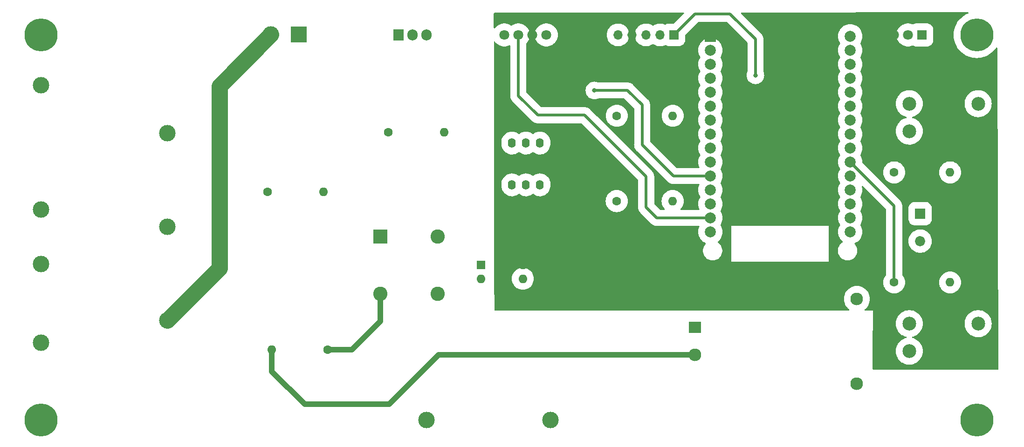
<source format=gbr>
%TF.GenerationSoftware,KiCad,Pcbnew,7.0.1*%
%TF.CreationDate,2024-11-27T13:58:02-05:00*%
%TF.ProjectId,tfg53,74666735-332e-46b6-9963-61645f706362,rev?*%
%TF.SameCoordinates,Original*%
%TF.FileFunction,Copper,L2,Bot*%
%TF.FilePolarity,Positive*%
%FSLAX46Y46*%
G04 Gerber Fmt 4.6, Leading zero omitted, Abs format (unit mm)*
G04 Created by KiCad (PCBNEW 7.0.1) date 2024-11-27 13:58:02*
%MOMM*%
%LPD*%
G01*
G04 APERTURE LIST*
%TA.AperFunction,ComponentPad*%
%ADD10C,3.000000*%
%TD*%
%TA.AperFunction,ComponentPad*%
%ADD11C,0.800000*%
%TD*%
%TA.AperFunction,ComponentPad*%
%ADD12C,6.000000*%
%TD*%
%TA.AperFunction,ComponentPad*%
%ADD13R,2.600000X2.600000*%
%TD*%
%TA.AperFunction,ComponentPad*%
%ADD14C,2.600000*%
%TD*%
%TA.AperFunction,ComponentPad*%
%ADD15C,1.800000*%
%TD*%
%TA.AperFunction,ComponentPad*%
%ADD16R,2.000000X2.000000*%
%TD*%
%TA.AperFunction,ComponentPad*%
%ADD17C,2.000000*%
%TD*%
%TA.AperFunction,ComponentPad*%
%ADD18C,1.600000*%
%TD*%
%TA.AperFunction,ComponentPad*%
%ADD19O,1.600000X1.600000*%
%TD*%
%TA.AperFunction,ComponentPad*%
%ADD20R,1.850000X1.850000*%
%TD*%
%TA.AperFunction,ComponentPad*%
%ADD21C,1.850000*%
%TD*%
%TA.AperFunction,ComponentPad*%
%ADD22R,2.300000X2.000000*%
%TD*%
%TA.AperFunction,ComponentPad*%
%ADD23C,2.300000*%
%TD*%
%TA.AperFunction,ComponentPad*%
%ADD24C,2.500000*%
%TD*%
%TA.AperFunction,ComponentPad*%
%ADD25R,1.600000X1.600000*%
%TD*%
%TA.AperFunction,ComponentPad*%
%ADD26O,1.400000X1.750000*%
%TD*%
%TA.AperFunction,ComponentPad*%
%ADD27R,1.700000X1.700000*%
%TD*%
%TA.AperFunction,ComponentPad*%
%ADD28O,1.700000X1.700000*%
%TD*%
%TA.AperFunction,ComponentPad*%
%ADD29R,1.905000X2.000000*%
%TD*%
%TA.AperFunction,ComponentPad*%
%ADD30O,1.905000X2.000000*%
%TD*%
%TA.AperFunction,ComponentPad*%
%ADD31R,3.000000X3.000000*%
%TD*%
%TA.AperFunction,ComponentPad*%
%ADD32R,1.800000X1.800000*%
%TD*%
%TA.AperFunction,ViaPad*%
%ADD33C,0.800000*%
%TD*%
%TA.AperFunction,Conductor*%
%ADD34C,1.000000*%
%TD*%
%TA.AperFunction,Conductor*%
%ADD35C,3.000000*%
%TD*%
%TA.AperFunction,Conductor*%
%ADD36C,0.508000*%
%TD*%
G04 APERTURE END LIST*
D10*
%TO.P,F1,1*%
%TO.N,Net-(J5-Pin_1)*%
X60000000Y-91741800D03*
%TO.P,F1,2*%
%TO.N,Net-(J6-Pin_1)*%
X60000000Y-69141800D03*
%TD*%
D11*
%TO.P,H4,1*%
%TO.N,N/C*%
X57750000Y-60000000D03*
X58409010Y-58409010D03*
X58409010Y-61590990D03*
X60000000Y-57750000D03*
D12*
X60000000Y-60000000D03*
D11*
X60000000Y-62250000D03*
X61590990Y-58409010D03*
X61590990Y-61590990D03*
X62250000Y-60000000D03*
%TD*%
%TO.P,H1,1*%
%TO.N,N/C*%
X57750000Y-130000000D03*
X58409010Y-128409010D03*
X58409010Y-131590990D03*
X60000000Y-127750000D03*
D12*
X60000000Y-130000000D03*
D11*
X60000000Y-132250000D03*
X61590990Y-128409010D03*
X61590990Y-131590990D03*
X62250000Y-130000000D03*
%TD*%
D13*
%TO.P,KBPC610,1,+*%
%TO.N,Net-(D1-+)*%
X121697200Y-96653200D03*
D14*
%TO.P,KBPC610,2*%
%TO.N,Net-(D1-Pad2)*%
X121697200Y-107053200D03*
%TO.P,KBPC610,3,-*%
%TO.N,Net-(D1--)*%
X132097200Y-107053200D03*
%TO.P,KBPC610,4*%
%TO.N,Net-(D1-Pad4)*%
X132097200Y-96653200D03*
%TD*%
D10*
%TO.P,INTEPT,1,Pin_1*%
%TO.N,Net-(J6-Pin_1)*%
X82956400Y-77894400D03*
%TD*%
D15*
%TO.P,OLED,1,GND*%
%TO.N,GND*%
X151810000Y-60000000D03*
%TO.P,OLED,2,VCC*%
%TO.N,3v3*%
X149270000Y-60000000D03*
%TO.P,OLED,3,SCL*%
%TO.N,SLC*%
X146730000Y-60000000D03*
%TO.P,OLED,4,SDA*%
%TO.N,SDA*%
X144190000Y-60000000D03*
%TD*%
D16*
%TO.P,U1,1,3V3*%
%TO.N,3v3*%
X181610000Y-60248800D03*
D17*
%TO.P,U1,2,GND*%
%TO.N,GND*%
X181610000Y-62788800D03*
%TO.P,U1,3,D15*%
%TO.N,unconnected-(U1-D15-Pad3)*%
X181610000Y-65328800D03*
%TO.P,U1,4,D2*%
%TO.N,unconnected-(U1-D2-Pad4)*%
X181610000Y-67868800D03*
%TO.P,U1,5,D4*%
%TO.N,GPIO 4*%
X181610000Y-70408800D03*
%TO.P,U1,6,RX2*%
%TO.N,unconnected-(U1-RX2-Pad6)*%
X181610000Y-72948800D03*
%TO.P,U1,7,TX2*%
%TO.N,unconnected-(U1-TX2-Pad7)*%
X181610000Y-75488800D03*
%TO.P,U1,8,D5*%
%TO.N,CS*%
X181610000Y-78028800D03*
%TO.P,U1,9,D18*%
%TO.N,SCK*%
X181610000Y-80568800D03*
%TO.P,U1,10,D19*%
%TO.N,GPIO 19*%
X181610000Y-83108800D03*
%TO.P,U1,11,D21*%
%TO.N,SDA*%
X181610000Y-85648800D03*
%TO.P,U1,12,RX0*%
%TO.N,unconnected-(U1-RX0-Pad12)*%
X181610000Y-88188800D03*
%TO.P,U1,13,TX0*%
%TO.N,unconnected-(U1-TX0-Pad13)*%
X181610000Y-90728800D03*
%TO.P,U1,14,D22*%
%TO.N,SLC*%
X181610000Y-93268800D03*
%TO.P,U1,15,D23*%
%TO.N,SO*%
X181610000Y-95808800D03*
%TO.P,U1,16,EN*%
%TO.N,unconnected-(U1-EN-Pad16)*%
X207010000Y-95808800D03*
%TO.P,U1,17,VP*%
%TO.N,unconnected-(U1-VP-Pad17)*%
X207010000Y-93268800D03*
%TO.P,U1,18,VN*%
%TO.N,unconnected-(U1-VN-Pad18)*%
X207010000Y-90728800D03*
%TO.P,U1,19,D34*%
%TO.N,unconnected-(U1-D34-Pad19)*%
X207010000Y-88188800D03*
%TO.P,U1,20,D35*%
%TO.N,SOUND*%
X207010000Y-85648800D03*
%TO.P,U1,21,D32*%
%TO.N,GPIO 32*%
X207010000Y-83108800D03*
%TO.P,U1,22,D33*%
%TO.N,GPIO 33*%
X207010000Y-80568800D03*
%TO.P,U1,23,D25*%
%TO.N,unconnected-(U1-D25-Pad23)*%
X207010000Y-78028800D03*
%TO.P,U1,24,D26*%
%TO.N,unconnected-(U1-D26-Pad24)*%
X207010000Y-75488800D03*
%TO.P,U1,25,D27*%
%TO.N,GPIO 27*%
X207010000Y-72948800D03*
%TO.P,U1,26,D14*%
%TO.N,unconnected-(U1-D14-Pad26)*%
X207010000Y-70408800D03*
%TO.P,U1,27,D12*%
%TO.N,unconnected-(U1-D12-Pad27)*%
X207010000Y-67868800D03*
%TO.P,U1,28,D13*%
%TO.N,unconnected-(U1-D13-Pad28)*%
X207010000Y-65328800D03*
%TO.P,U1,29,GND*%
%TO.N,GND*%
X207010000Y-62788800D03*
%TO.P,U1,30,VIN*%
%TO.N,+5V*%
X207010000Y-60248800D03*
%TD*%
D18*
%TO.P,47K,1*%
%TO.N,L*%
X101168200Y-88519000D03*
D19*
%TO.P,47K,2*%
%TO.N,Net-(D1-Pad4)*%
X111328200Y-88519000D03*
%TD*%
D10*
%TO.P,INL,1,Pin_1*%
%TO.N,L*%
X82956400Y-94894400D03*
%TD*%
D20*
%TO.P,BZ1,1*%
%TO.N,SOUND*%
X219710000Y-92500000D03*
D21*
%TO.P,BZ1,2*%
%TO.N,GND*%
X219710000Y-97500000D03*
%TD*%
D22*
%TO.P,HLK-PM01,1,AC/L*%
%TO.N,Net-(PS1-AC{slash}L)*%
X178829200Y-113200800D03*
D23*
%TO.P,HLK-PM01,2,AC/N*%
%TO.N,N*%
X178829200Y-118200800D03*
%TO.P,HLK-PM01,3,-Vout*%
%TO.N,GND*%
X208229200Y-108000800D03*
%TO.P,HLK-PM01,4,+Vout*%
%TO.N,+5V*%
X208229200Y-123400800D03*
%TD*%
D24*
%TO.P,KEY2,1,1*%
%TO.N,unconnected-(KEY2-Pad1)*%
X230250000Y-72500000D03*
%TO.P,KEY2,2,2*%
%TO.N,GPIO 33*%
X217750000Y-72500000D03*
%TO.P,KEY2,3,3*%
%TO.N,unconnected-(KEY2-Pad3)*%
X217750000Y-77500000D03*
%TO.P,KEY2,4,4*%
%TO.N,3v3*%
X230250000Y-77500000D03*
%TD*%
D10*
%TO.P,VIN,1,Pin_1*%
%TO.N,N*%
X60000000Y-116001800D03*
%TD*%
D24*
%TO.P,KEY1,1,1*%
%TO.N,unconnected-(KEY1-Pad1)*%
X230250000Y-112500000D03*
%TO.P,KEY1,2,2*%
%TO.N,GPIO 32*%
X217750000Y-112500000D03*
%TO.P,KEY1,3,3*%
%TO.N,unconnected-(KEY1-Pad3)*%
X217750000Y-117500000D03*
%TO.P,KEY1,4,4*%
%TO.N,3v3*%
X230250000Y-117500000D03*
%TD*%
D25*
%TO.P,PC817,1*%
%TO.N,Net-(D1-+)*%
X139913200Y-101798200D03*
D19*
%TO.P,PC817,2*%
%TO.N,Net-(D1--)*%
X139913200Y-104338200D03*
%TO.P,PC817,3*%
%TO.N,GPIO 19*%
X147533200Y-104338200D03*
%TO.P,PC817,4*%
%TO.N,3v3*%
X147533200Y-101798200D03*
%TD*%
D26*
%TO.P,MOC3010,1,1*%
%TO.N,Net-(R7-Pad1)*%
X145567400Y-87264400D03*
%TO.P,MOC3010,2,2*%
%TO.N,GND*%
X148107400Y-87264400D03*
%TO.P,MOC3010,3,NC*%
%TO.N,unconnected-(U4-NC-Pad3)*%
X150647400Y-87264400D03*
%TO.P,MOC3010,4,4*%
%TO.N,Net-(Q1-G)*%
X150647400Y-79664400D03*
%TO.P,MOC3010,5,DNC*%
%TO.N,unconnected-(U4-DNC-Pad5)*%
X148107400Y-79664400D03*
%TO.P,MOC3010,6,6*%
%TO.N,Net-(R6-Pad2)*%
X145567400Y-79664400D03*
%TD*%
D10*
%TO.P,F3,1*%
%TO.N,L*%
X130000000Y-130000000D03*
%TO.P,F3,2*%
%TO.N,Net-(PS1-AC{slash}L)*%
X152600000Y-130000000D03*
%TD*%
D18*
%TO.P,47K,1*%
%TO.N,Net-(D1-Pad2)*%
X112115600Y-117246400D03*
D19*
%TO.P,47K,2*%
%TO.N,N*%
X101955600Y-117246400D03*
%TD*%
D11*
%TO.P,H3,1*%
%TO.N,N/C*%
X227750000Y-60000000D03*
X228409010Y-58409010D03*
X228409010Y-61590990D03*
X230000000Y-57750000D03*
D12*
X230000000Y-60000000D03*
D11*
X230000000Y-62250000D03*
X231590990Y-58409010D03*
X231590990Y-61590990D03*
X232250000Y-60000000D03*
%TD*%
D18*
%TO.P,220,1*%
%TO.N,L*%
X123088400Y-77724000D03*
D19*
%TO.P,220,2*%
%TO.N,Net-(R6-Pad2)*%
X133248400Y-77724000D03*
%TD*%
D27*
%TO.P,TK,1,Pin_1*%
%TO.N,SO*%
X175000000Y-60000000D03*
D28*
%TO.P,TK,2,Pin_2*%
%TO.N,CS*%
X172460000Y-60000000D03*
%TO.P,TK,3,Pin_3*%
%TO.N,SCK*%
X169920000Y-60000000D03*
%TO.P,TK,4,Pin_4*%
%TO.N,3v3*%
X167380000Y-60000000D03*
%TO.P,TK,5,Pin_5*%
%TO.N,GND*%
X164840000Y-60000000D03*
%TD*%
D29*
%TO.P,BTA,1,A1*%
%TO.N,Net-(Q1-A1)*%
X125000000Y-60000000D03*
D30*
%TO.P,BTA,2,A2*%
%TO.N,L*%
X127540000Y-60000000D03*
%TO.P,BTA,3,G*%
%TO.N,Net-(Q1-G)*%
X130080000Y-60000000D03*
%TD*%
D18*
%TO.P,1K,1*%
%TO.N,GND*%
X164592000Y-90220800D03*
D19*
%TO.P,1K,2*%
%TO.N,GPIO 19*%
X174752000Y-90220800D03*
%TD*%
D11*
%TO.P,H2,1*%
%TO.N,N/C*%
X227750000Y-130000000D03*
X228409010Y-128409010D03*
X228409010Y-131590990D03*
X230000000Y-127750000D03*
D12*
X230000000Y-130000000D03*
D11*
X230000000Y-132250000D03*
X231590990Y-128409010D03*
X231590990Y-131590990D03*
X232250000Y-130000000D03*
%TD*%
D31*
%TO.P,Heater,1*%
%TO.N,Net-(Q1-A1)*%
X106883200Y-59944000D03*
D10*
%TO.P,Heater,2*%
%TO.N,N*%
X101803200Y-59944000D03*
%TD*%
%TO.P,VIL,1,Pin_1*%
%TO.N,Net-(J5-Pin_1)*%
X60000000Y-101650800D03*
%TD*%
D18*
%TO.P,1K,1*%
%TO.N,GPIO 33*%
X215000000Y-85000000D03*
D19*
%TO.P,1K,2*%
%TO.N,GND*%
X225160000Y-85000000D03*
%TD*%
D18*
%TO.P,1K,1*%
%TO.N,GPIO 32*%
X215000000Y-105000000D03*
D19*
%TO.P,1K,2*%
%TO.N,GND*%
X225160000Y-105000000D03*
%TD*%
D10*
%TO.P,INN,1,Pin_1*%
%TO.N,N*%
X82956400Y-111894400D03*
%TD*%
D32*
%TO.P,RV1,1,1*%
%TO.N,GND*%
X220000000Y-60000000D03*
D15*
%TO.P,RV1,2,2*%
%TO.N,GPIO 27*%
X217500000Y-60000000D03*
%TO.P,RV1,3,3*%
%TO.N,3v3*%
X215000000Y-60000000D03*
%TD*%
D18*
%TO.P,100,1*%
%TO.N,Net-(R7-Pad1)*%
X164617400Y-74701400D03*
D19*
%TO.P,100,2*%
%TO.N,GPIO 4*%
X174777400Y-74701400D03*
%TD*%
D33*
%TO.N,SO*%
X189788800Y-67335400D03*
%TO.N,SDA*%
X160553400Y-70104000D03*
%TD*%
D34*
%TO.N,Net-(D1-Pad2)*%
X112115600Y-117246400D02*
X116484400Y-117246400D01*
X121697200Y-112033600D02*
X121697200Y-107053200D01*
X116484400Y-117246400D02*
X121697200Y-112033600D01*
%TO.N,N*%
X132243200Y-118200800D02*
X178829200Y-118200800D01*
D35*
X92430600Y-102420200D02*
X92430600Y-69316600D01*
D34*
X101955600Y-121208800D02*
X107924600Y-127177800D01*
X123266200Y-127177800D02*
X132243200Y-118200800D01*
X101955600Y-117246400D02*
X101955600Y-121208800D01*
X107924600Y-127177800D02*
X123266200Y-127177800D01*
D35*
X82956400Y-111894400D02*
X92430600Y-102420200D01*
X92430600Y-69316600D02*
X101803200Y-59944000D01*
D36*
%TO.N,SO*%
X189788800Y-60782200D02*
X185191400Y-56184800D01*
X178815200Y-56184800D02*
X175000000Y-60000000D01*
X185191400Y-56184800D02*
X178815200Y-56184800D01*
X189788800Y-60782200D02*
X189788800Y-67335400D01*
%TO.N,GPIO 32*%
X215000000Y-91098800D02*
X207010000Y-83108800D01*
X215000000Y-105000000D02*
X215000000Y-91098800D01*
%TO.N,SDA*%
X160553400Y-70104000D02*
X166573200Y-70104000D01*
X169214800Y-72745600D02*
X169214800Y-79984600D01*
X169214800Y-79984600D02*
X174879000Y-85648800D01*
X174879000Y-85648800D02*
X181610000Y-85648800D01*
X166573200Y-70104000D02*
X169214800Y-72745600D01*
%TO.N,SLC*%
X158775400Y-74599800D02*
X150241000Y-74599800D01*
X171881800Y-93268800D02*
X169951400Y-91338400D01*
X169951400Y-91338400D02*
X169951400Y-85775800D01*
X181610000Y-93268800D02*
X171881800Y-93268800D01*
X169951400Y-85775800D02*
X158775400Y-74599800D01*
X146730000Y-71088800D02*
X146730000Y-60000000D01*
X150241000Y-74599800D02*
X146730000Y-71088800D01*
%TD*%
%TA.AperFunction,Conductor*%
%TO.N,3v3*%
G36*
X228448218Y-55880599D02*
G01*
X228494034Y-55931550D01*
X228505796Y-55999054D01*
X228479913Y-56062498D01*
X228424288Y-56102510D01*
X228390600Y-56114564D01*
X228017504Y-56291024D01*
X227663517Y-56503196D01*
X227332012Y-56749057D01*
X227026215Y-57026215D01*
X226749057Y-57332012D01*
X226503196Y-57663517D01*
X226291024Y-58017504D01*
X226114561Y-58390605D01*
X225975524Y-58779186D01*
X225875243Y-59179533D01*
X225814685Y-59587780D01*
X225794433Y-60000000D01*
X225814685Y-60412219D01*
X225875243Y-60820466D01*
X225975524Y-61220813D01*
X226114561Y-61609394D01*
X226291024Y-61982495D01*
X226503196Y-62336482D01*
X226749057Y-62667987D01*
X227026215Y-62973784D01*
X227332012Y-63250942D01*
X227663517Y-63496803D01*
X228017504Y-63708975D01*
X228017508Y-63708977D01*
X228017510Y-63708978D01*
X228390600Y-63885436D01*
X228390603Y-63885437D01*
X228390605Y-63885438D01*
X228682578Y-63989908D01*
X228779189Y-64024476D01*
X229179535Y-64124757D01*
X229587782Y-64185315D01*
X230000000Y-64205566D01*
X230412218Y-64185315D01*
X230820465Y-64124757D01*
X231220811Y-64024476D01*
X231609400Y-63885436D01*
X231982490Y-63708978D01*
X232336487Y-63496800D01*
X232667983Y-63250946D01*
X232973784Y-62973784D01*
X233250946Y-62667983D01*
X233477085Y-62363069D01*
X233500429Y-62331594D01*
X233501761Y-62332582D01*
X233541178Y-62294272D01*
X233602899Y-62278417D01*
X233664345Y-62295311D01*
X233709285Y-62340491D01*
X233725852Y-62402026D01*
X233908197Y-120775171D01*
X233890984Y-120838587D01*
X233843784Y-120884303D01*
X233779850Y-120899482D01*
X232922462Y-120869398D01*
X232460800Y-120853200D01*
X232460793Y-120853200D01*
X211198588Y-120853200D01*
X211136419Y-120836489D01*
X211091006Y-120790861D01*
X211074589Y-120728614D01*
X211081907Y-119180797D01*
X211089854Y-117500000D01*
X215294654Y-117500000D01*
X215314015Y-117807731D01*
X215371794Y-118110622D01*
X215467078Y-118403875D01*
X215598363Y-118682868D01*
X215763585Y-118943218D01*
X215960129Y-119180797D01*
X216184905Y-119391877D01*
X216434359Y-119573116D01*
X216546497Y-119634764D01*
X216704565Y-119721663D01*
X216847910Y-119778417D01*
X216991256Y-119835172D01*
X217093568Y-119861441D01*
X217289914Y-119911854D01*
X217544115Y-119943967D01*
X217595827Y-119950500D01*
X217595828Y-119950500D01*
X217904172Y-119950500D01*
X217904173Y-119950500D01*
X217948407Y-119944911D01*
X218210086Y-119911854D01*
X218508743Y-119835172D01*
X218795435Y-119721663D01*
X219065640Y-119573116D01*
X219315096Y-119391876D01*
X219539869Y-119180799D01*
X219736416Y-118943216D01*
X219901635Y-118682871D01*
X220032922Y-118403873D01*
X220128206Y-118110619D01*
X220185984Y-117807736D01*
X220205345Y-117500000D01*
X220185984Y-117192264D01*
X220128206Y-116889381D01*
X220032922Y-116596127D01*
X220022876Y-116574779D01*
X219901636Y-116317131D01*
X219802451Y-116160840D01*
X219736416Y-116056784D01*
X219709759Y-116024562D01*
X219539870Y-115819202D01*
X219315094Y-115608122D01*
X219065640Y-115426883D01*
X218795433Y-115278336D01*
X218508743Y-115164827D01*
X218334554Y-115120104D01*
X218278263Y-115088231D01*
X218245684Y-115032344D01*
X218245684Y-114967656D01*
X218278263Y-114911769D01*
X218334554Y-114879896D01*
X218508743Y-114835172D01*
X218629222Y-114787471D01*
X218795435Y-114721663D01*
X219065640Y-114573116D01*
X219315096Y-114391876D01*
X219539869Y-114180799D01*
X219736416Y-113943216D01*
X219901635Y-113682871D01*
X220032922Y-113403873D01*
X220128206Y-113110619D01*
X220185984Y-112807736D01*
X220205345Y-112500000D01*
X227794654Y-112500000D01*
X227814015Y-112807731D01*
X227871794Y-113110622D01*
X227967078Y-113403875D01*
X228098363Y-113682868D01*
X228263585Y-113943218D01*
X228460129Y-114180797D01*
X228684905Y-114391877D01*
X228934359Y-114573116D01*
X229069462Y-114647389D01*
X229204565Y-114721663D01*
X229347910Y-114778417D01*
X229491256Y-114835172D01*
X229648878Y-114875642D01*
X229789914Y-114911854D01*
X230044115Y-114943967D01*
X230095827Y-114950500D01*
X230095828Y-114950500D01*
X230404172Y-114950500D01*
X230404173Y-114950500D01*
X230448407Y-114944911D01*
X230710086Y-114911854D01*
X231008743Y-114835172D01*
X231295435Y-114721663D01*
X231565640Y-114573116D01*
X231815096Y-114391876D01*
X232039869Y-114180799D01*
X232236416Y-113943216D01*
X232401635Y-113682871D01*
X232532922Y-113403873D01*
X232628206Y-113110619D01*
X232685984Y-112807736D01*
X232705345Y-112500000D01*
X232685984Y-112192264D01*
X232628206Y-111889381D01*
X232604901Y-111817657D01*
X232532921Y-111596124D01*
X232401636Y-111317131D01*
X232236414Y-111056781D01*
X232039870Y-110819202D01*
X231815094Y-110608122D01*
X231565640Y-110426883D01*
X231295433Y-110278336D01*
X231008743Y-110164827D01*
X230710088Y-110088146D01*
X230404173Y-110049500D01*
X230404172Y-110049500D01*
X230095828Y-110049500D01*
X230095827Y-110049500D01*
X229789911Y-110088146D01*
X229491256Y-110164827D01*
X229204566Y-110278336D01*
X228934359Y-110426883D01*
X228684905Y-110608122D01*
X228460129Y-110819202D01*
X228263585Y-111056781D01*
X228098363Y-111317131D01*
X227967078Y-111596124D01*
X227871794Y-111889377D01*
X227814015Y-112192268D01*
X227794654Y-112500000D01*
X220205345Y-112500000D01*
X220185984Y-112192264D01*
X220128206Y-111889381D01*
X220104901Y-111817657D01*
X220032921Y-111596124D01*
X219901636Y-111317131D01*
X219736414Y-111056781D01*
X219539870Y-110819202D01*
X219315094Y-110608122D01*
X219065640Y-110426883D01*
X218795433Y-110278336D01*
X218508743Y-110164827D01*
X218210088Y-110088146D01*
X217904173Y-110049500D01*
X217904172Y-110049500D01*
X217595828Y-110049500D01*
X217595827Y-110049500D01*
X217289911Y-110088146D01*
X216991256Y-110164827D01*
X216704566Y-110278336D01*
X216434359Y-110426883D01*
X216184905Y-110608122D01*
X215960129Y-110819202D01*
X215763585Y-111056781D01*
X215598363Y-111317131D01*
X215467078Y-111596124D01*
X215371794Y-111889377D01*
X215314015Y-112192268D01*
X215294654Y-112500000D01*
X215314015Y-112807731D01*
X215371794Y-113110622D01*
X215467078Y-113403875D01*
X215598363Y-113682868D01*
X215763585Y-113943218D01*
X215960129Y-114180797D01*
X216184905Y-114391877D01*
X216434359Y-114573116D01*
X216569462Y-114647389D01*
X216704565Y-114721663D01*
X216847910Y-114778417D01*
X216991256Y-114835172D01*
X217165445Y-114879896D01*
X217221737Y-114911770D01*
X217254315Y-114967656D01*
X217254315Y-115032344D01*
X217221737Y-115088230D01*
X217165445Y-115120104D01*
X216991256Y-115164827D01*
X216704566Y-115278336D01*
X216434359Y-115426883D01*
X216184905Y-115608122D01*
X215960129Y-115819202D01*
X215763585Y-116056781D01*
X215598363Y-116317131D01*
X215467078Y-116596124D01*
X215371794Y-116889377D01*
X215314015Y-117192268D01*
X215294654Y-117500000D01*
X211089854Y-117500000D01*
X211124800Y-110109000D01*
X211124798Y-110109000D01*
X209712148Y-110110043D01*
X209651531Y-110094268D01*
X209606357Y-110050879D01*
X209588153Y-109990947D01*
X209601563Y-109929763D01*
X209643167Y-109882940D01*
X209663163Y-109869579D01*
X209677412Y-109857082D01*
X209894820Y-109666420D01*
X210097978Y-109434764D01*
X210269160Y-109178572D01*
X210405438Y-108902227D01*
X210504480Y-108610459D01*
X210564591Y-108308260D01*
X210584743Y-108000800D01*
X210564591Y-107693340D01*
X210504480Y-107391141D01*
X210405438Y-107099373D01*
X210269160Y-106823029D01*
X210097978Y-106566836D01*
X209894820Y-106335180D01*
X209786582Y-106240258D01*
X209663164Y-106132021D01*
X209406971Y-105960839D01*
X209130625Y-105824560D01*
X208838859Y-105725519D01*
X208536666Y-105665409D01*
X208229200Y-105645257D01*
X207921733Y-105665409D01*
X207619540Y-105725519D01*
X207327775Y-105824560D01*
X207051429Y-105960839D01*
X206795236Y-106132021D01*
X206563580Y-106335180D01*
X206360421Y-106566836D01*
X206189239Y-106823029D01*
X206052960Y-107099375D01*
X205953919Y-107391140D01*
X205893809Y-107693333D01*
X205873657Y-108000800D01*
X205893809Y-108308266D01*
X205953919Y-108610459D01*
X206052960Y-108902225D01*
X206189239Y-109178571D01*
X206360421Y-109434764D01*
X206468658Y-109558182D01*
X206563580Y-109666420D01*
X206686998Y-109774656D01*
X206795235Y-109869578D01*
X206818509Y-109885129D01*
X206860094Y-109931920D01*
X206873524Y-109993062D01*
X206855374Y-110052974D01*
X206810271Y-110096385D01*
X206749710Y-110112231D01*
X142490859Y-110159708D01*
X142428887Y-110143164D01*
X142383473Y-110097869D01*
X142366767Y-110035943D01*
X142356082Y-104338200D01*
X145527589Y-104338200D01*
X145548004Y-104623629D01*
X145608829Y-104903241D01*
X145708834Y-105171363D01*
X145845972Y-105422513D01*
X145931717Y-105537055D01*
X146017461Y-105651595D01*
X146219805Y-105853939D01*
X146362607Y-105960839D01*
X146448886Y-106025427D01*
X146556728Y-106084313D01*
X146700039Y-106162567D01*
X146968154Y-106262569D01*
X146968157Y-106262569D01*
X146968158Y-106262570D01*
X147020417Y-106273938D01*
X147247772Y-106323396D01*
X147533200Y-106343810D01*
X147818628Y-106323396D01*
X148098246Y-106262569D01*
X148366361Y-106162567D01*
X148617515Y-106025426D01*
X148846595Y-105853939D01*
X149048939Y-105651595D01*
X149220426Y-105422515D01*
X149357567Y-105171361D01*
X149457569Y-104903246D01*
X149518396Y-104623628D01*
X149538810Y-104338200D01*
X149518396Y-104052772D01*
X149457569Y-103773154D01*
X149357567Y-103505039D01*
X149220426Y-103253885D01*
X149048939Y-103024805D01*
X148846595Y-102822461D01*
X148732054Y-102736717D01*
X148617513Y-102650972D01*
X148366363Y-102513834D01*
X148366362Y-102513833D01*
X148366361Y-102513833D01*
X148098246Y-102413831D01*
X148098241Y-102413829D01*
X147818629Y-102353004D01*
X147533200Y-102332589D01*
X147247770Y-102353004D01*
X146968158Y-102413829D01*
X146700036Y-102513834D01*
X146448886Y-102650972D01*
X146219802Y-102822463D01*
X146017463Y-103024802D01*
X145845972Y-103253886D01*
X145708834Y-103505036D01*
X145608829Y-103773158D01*
X145548004Y-104052770D01*
X145527589Y-104338200D01*
X142356082Y-104338200D01*
X142329608Y-90220800D01*
X162586389Y-90220800D01*
X162606804Y-90506229D01*
X162667629Y-90785841D01*
X162674693Y-90804779D01*
X162750731Y-91008646D01*
X162767634Y-91053963D01*
X162904772Y-91305113D01*
X162952198Y-91368466D01*
X163076261Y-91534195D01*
X163278605Y-91736539D01*
X163450415Y-91865154D01*
X163507686Y-91908027D01*
X163629620Y-91974608D01*
X163758839Y-92045167D01*
X164026954Y-92145169D01*
X164026957Y-92145169D01*
X164026958Y-92145170D01*
X164079217Y-92156538D01*
X164306572Y-92205996D01*
X164592000Y-92226410D01*
X164877428Y-92205996D01*
X165157046Y-92145169D01*
X165425161Y-92045167D01*
X165676315Y-91908026D01*
X165905395Y-91736539D01*
X166107739Y-91534195D01*
X166279226Y-91305115D01*
X166416367Y-91053961D01*
X166516369Y-90785846D01*
X166577196Y-90506228D01*
X166597610Y-90220800D01*
X166577196Y-89935372D01*
X166516369Y-89655754D01*
X166416367Y-89387639D01*
X166279226Y-89136485D01*
X166107739Y-88907405D01*
X165905395Y-88705061D01*
X165770451Y-88604043D01*
X165676313Y-88533572D01*
X165425163Y-88396434D01*
X165425162Y-88396433D01*
X165425161Y-88396433D01*
X165157046Y-88296431D01*
X165157041Y-88296429D01*
X164877429Y-88235604D01*
X164592000Y-88215189D01*
X164306570Y-88235604D01*
X164026958Y-88296429D01*
X163758836Y-88396434D01*
X163507686Y-88533572D01*
X163278602Y-88705063D01*
X163076263Y-88907402D01*
X162904772Y-89136486D01*
X162767634Y-89387636D01*
X162667629Y-89655758D01*
X162606804Y-89935370D01*
X162586389Y-90220800D01*
X142329608Y-90220800D01*
X142324522Y-87508867D01*
X143666900Y-87508867D01*
X143682122Y-87716855D01*
X143742611Y-87988396D01*
X143792996Y-88120133D01*
X143841992Y-88248238D01*
X143978147Y-88490840D01*
X144063160Y-88600935D01*
X144148174Y-88711033D01*
X144348448Y-88904122D01*
X144574705Y-89065994D01*
X144822111Y-89193194D01*
X144822117Y-89193197D01*
X145085414Y-89283021D01*
X145085416Y-89283021D01*
X145085418Y-89283022D01*
X145358983Y-89333552D01*
X145636995Y-89343713D01*
X145636995Y-89343712D01*
X145636996Y-89343713D01*
X145913524Y-89313286D01*
X146182676Y-89242920D01*
X146438714Y-89134116D01*
X146676181Y-88989192D01*
X146755678Y-88923033D01*
X146803632Y-88898379D01*
X146857519Y-88896410D01*
X146907146Y-88917499D01*
X147114705Y-89065994D01*
X147362111Y-89193194D01*
X147362117Y-89193197D01*
X147625414Y-89283021D01*
X147625416Y-89283021D01*
X147625418Y-89283022D01*
X147898983Y-89333552D01*
X148176995Y-89343713D01*
X148176995Y-89343712D01*
X148176996Y-89343713D01*
X148453524Y-89313286D01*
X148722676Y-89242920D01*
X148978714Y-89134116D01*
X149216181Y-88989192D01*
X149295678Y-88923033D01*
X149343632Y-88898379D01*
X149397519Y-88896410D01*
X149447146Y-88917499D01*
X149654705Y-89065994D01*
X149902111Y-89193194D01*
X149902117Y-89193197D01*
X150165414Y-89283021D01*
X150165416Y-89283021D01*
X150165418Y-89283022D01*
X150438983Y-89333552D01*
X150716995Y-89343713D01*
X150716995Y-89343712D01*
X150716996Y-89343713D01*
X150993524Y-89313286D01*
X151262676Y-89242920D01*
X151518714Y-89134116D01*
X151756181Y-88989192D01*
X151970017Y-88811237D01*
X152155663Y-88604043D01*
X152309163Y-88372027D01*
X152427246Y-88120133D01*
X152507395Y-87853731D01*
X152547900Y-87578499D01*
X152547900Y-87019937D01*
X152546851Y-87005610D01*
X152532677Y-86811944D01*
X152472188Y-86540403D01*
X152421804Y-86408668D01*
X152372808Y-86280562D01*
X152236653Y-86037960D01*
X152103949Y-85866103D01*
X152066625Y-85817766D01*
X151866351Y-85624677D01*
X151640094Y-85462805D01*
X151392688Y-85335605D01*
X151392684Y-85335603D01*
X151392683Y-85335603D01*
X151245607Y-85285428D01*
X151129381Y-85245777D01*
X150855816Y-85195247D01*
X150577804Y-85185086D01*
X150328687Y-85212497D01*
X150301276Y-85215514D01*
X150033853Y-85285428D01*
X150032124Y-85285880D01*
X149855460Y-85360954D01*
X149776086Y-85394684D01*
X149538619Y-85539608D01*
X149538617Y-85539609D01*
X149538613Y-85539612D01*
X149459120Y-85605765D01*
X149411165Y-85630420D01*
X149357278Y-85632389D01*
X149307652Y-85611300D01*
X149100094Y-85462805D01*
X148852688Y-85335605D01*
X148852684Y-85335603D01*
X148852683Y-85335603D01*
X148705607Y-85285428D01*
X148589381Y-85245777D01*
X148315816Y-85195247D01*
X148037804Y-85185086D01*
X147788687Y-85212497D01*
X147761276Y-85215514D01*
X147493853Y-85285428D01*
X147492124Y-85285880D01*
X147315460Y-85360954D01*
X147236086Y-85394684D01*
X146998619Y-85539608D01*
X146998617Y-85539609D01*
X146998613Y-85539612D01*
X146919120Y-85605765D01*
X146871165Y-85630420D01*
X146817278Y-85632389D01*
X146767652Y-85611300D01*
X146560094Y-85462805D01*
X146312688Y-85335605D01*
X146312684Y-85335603D01*
X146312683Y-85335603D01*
X146165607Y-85285428D01*
X146049381Y-85245777D01*
X145775816Y-85195247D01*
X145497804Y-85185086D01*
X145248687Y-85212497D01*
X145221276Y-85215514D01*
X144953853Y-85285428D01*
X144952124Y-85285880D01*
X144775460Y-85360954D01*
X144696086Y-85394684D01*
X144458619Y-85539608D01*
X144458617Y-85539609D01*
X144458613Y-85539612D01*
X144244784Y-85717561D01*
X144059138Y-85924755D01*
X143905635Y-86156775D01*
X143787552Y-86408668D01*
X143707406Y-86675063D01*
X143707405Y-86675068D01*
X143707405Y-86675069D01*
X143667977Y-86942989D01*
X143666900Y-86950304D01*
X143666900Y-87508867D01*
X142324522Y-87508867D01*
X142310270Y-79908867D01*
X143666900Y-79908867D01*
X143682122Y-80116855D01*
X143742611Y-80388396D01*
X143841991Y-80648236D01*
X143841992Y-80648238D01*
X143978147Y-80890840D01*
X144039695Y-80970547D01*
X144148174Y-81111033D01*
X144348448Y-81304122D01*
X144574705Y-81465994D01*
X144822111Y-81593194D01*
X144822117Y-81593197D01*
X145085414Y-81683021D01*
X145085416Y-81683021D01*
X145085418Y-81683022D01*
X145358983Y-81733552D01*
X145636995Y-81743713D01*
X145636995Y-81743712D01*
X145636996Y-81743713D01*
X145913524Y-81713286D01*
X146182676Y-81642920D01*
X146438714Y-81534116D01*
X146676181Y-81389192D01*
X146755678Y-81323033D01*
X146803632Y-81298379D01*
X146857519Y-81296410D01*
X146907146Y-81317499D01*
X147114705Y-81465994D01*
X147362111Y-81593194D01*
X147362117Y-81593197D01*
X147625414Y-81683021D01*
X147625416Y-81683021D01*
X147625418Y-81683022D01*
X147898983Y-81733552D01*
X148176995Y-81743713D01*
X148176995Y-81743712D01*
X148176996Y-81743713D01*
X148453524Y-81713286D01*
X148722676Y-81642920D01*
X148978714Y-81534116D01*
X149216181Y-81389192D01*
X149295678Y-81323033D01*
X149343632Y-81298379D01*
X149397519Y-81296410D01*
X149447146Y-81317499D01*
X149654705Y-81465994D01*
X149902111Y-81593194D01*
X149902117Y-81593197D01*
X150165414Y-81683021D01*
X150165416Y-81683021D01*
X150165418Y-81683022D01*
X150438983Y-81733552D01*
X150716995Y-81743713D01*
X150716995Y-81743712D01*
X150716996Y-81743713D01*
X150993524Y-81713286D01*
X151262676Y-81642920D01*
X151518714Y-81534116D01*
X151756181Y-81389192D01*
X151970017Y-81211237D01*
X152155663Y-81004043D01*
X152309163Y-80772027D01*
X152427246Y-80520133D01*
X152507395Y-80253731D01*
X152547900Y-79978499D01*
X152547900Y-79419937D01*
X152545846Y-79391877D01*
X152532677Y-79211944D01*
X152472188Y-78940403D01*
X152421804Y-78808668D01*
X152372808Y-78680562D01*
X152236653Y-78437960D01*
X152126556Y-78295379D01*
X152066625Y-78217766D01*
X151866351Y-78024677D01*
X151640094Y-77862805D01*
X151392688Y-77735605D01*
X151392684Y-77735603D01*
X151392683Y-77735603D01*
X151246932Y-77685880D01*
X151129381Y-77645777D01*
X150855816Y-77595247D01*
X150577804Y-77585086D01*
X150328687Y-77612497D01*
X150301276Y-77615514D01*
X150032123Y-77685880D01*
X150032124Y-77685880D01*
X149902524Y-77740954D01*
X149776086Y-77794684D01*
X149538619Y-77939608D01*
X149538617Y-77939609D01*
X149538613Y-77939612D01*
X149459120Y-78005765D01*
X149411165Y-78030420D01*
X149357278Y-78032389D01*
X149307652Y-78011300D01*
X149100094Y-77862805D01*
X148852688Y-77735605D01*
X148852684Y-77735603D01*
X148852683Y-77735603D01*
X148706932Y-77685880D01*
X148589381Y-77645777D01*
X148315816Y-77595247D01*
X148037804Y-77585086D01*
X147788687Y-77612497D01*
X147761276Y-77615514D01*
X147492123Y-77685880D01*
X147492124Y-77685880D01*
X147362524Y-77740954D01*
X147236086Y-77794684D01*
X146998619Y-77939608D01*
X146998617Y-77939609D01*
X146998613Y-77939612D01*
X146919120Y-78005765D01*
X146871165Y-78030420D01*
X146817278Y-78032389D01*
X146767652Y-78011300D01*
X146560094Y-77862805D01*
X146312688Y-77735605D01*
X146312684Y-77735603D01*
X146312683Y-77735603D01*
X146166932Y-77685880D01*
X146049381Y-77645777D01*
X145775816Y-77595247D01*
X145497804Y-77585086D01*
X145248687Y-77612497D01*
X145221276Y-77615514D01*
X144952123Y-77685880D01*
X144952124Y-77685880D01*
X144822524Y-77740954D01*
X144696086Y-77794684D01*
X144458619Y-77939608D01*
X144458617Y-77939609D01*
X144458613Y-77939612D01*
X144244784Y-78117561D01*
X144059138Y-78324755D01*
X143905635Y-78556775D01*
X143787552Y-78808668D01*
X143707406Y-79075063D01*
X143707405Y-79075068D01*
X143707405Y-79075069D01*
X143669776Y-79330764D01*
X143666900Y-79350304D01*
X143666900Y-79908867D01*
X142310270Y-79908867D01*
X142275412Y-61320967D01*
X142290824Y-61260867D01*
X142333424Y-61215754D01*
X142392548Y-61196928D01*
X142453390Y-61209103D01*
X142500716Y-61249230D01*
X142556806Y-61328692D01*
X142556809Y-61328695D01*
X142556811Y-61328698D01*
X142718740Y-61502081D01*
X142752950Y-61538711D01*
X142886690Y-61647516D01*
X142975853Y-61720055D01*
X143221375Y-61869361D01*
X143484942Y-61983844D01*
X143761642Y-62061371D01*
X144046322Y-62100500D01*
X144333678Y-62100500D01*
X144618358Y-62061371D01*
X144895058Y-61983844D01*
X145102098Y-61893913D01*
X145162073Y-61884100D01*
X145219508Y-61903961D01*
X145260608Y-61948729D01*
X145275500Y-62007648D01*
X145275500Y-70990798D01*
X145274548Y-71006136D01*
X145271761Y-71028488D01*
X145275394Y-71116302D01*
X145275500Y-71121427D01*
X145275500Y-71148960D01*
X145277774Y-71176414D01*
X145278091Y-71181525D01*
X145281723Y-71269328D01*
X145286345Y-71291374D01*
X145288559Y-71306574D01*
X145290419Y-71329020D01*
X145311996Y-71414228D01*
X145313151Y-71419219D01*
X145331190Y-71505248D01*
X145339377Y-71526231D01*
X145344062Y-71540856D01*
X145349592Y-71562690D01*
X145384902Y-71643189D01*
X145386863Y-71647923D01*
X145410870Y-71709449D01*
X145418812Y-71729801D01*
X145430346Y-71749158D01*
X145437369Y-71762803D01*
X145446421Y-71783438D01*
X145494495Y-71857022D01*
X145497207Y-71861367D01*
X145542200Y-71936873D01*
X145556760Y-71954065D01*
X145565941Y-71966377D01*
X145578261Y-71985234D01*
X145636410Y-72048400D01*
X145637793Y-72049903D01*
X145641187Y-72053747D01*
X145658973Y-72074748D01*
X145678433Y-72094207D01*
X145681984Y-72097907D01*
X145741520Y-72162580D01*
X145759291Y-72176412D01*
X145770811Y-72186585D01*
X149143211Y-75558984D01*
X149153382Y-75570501D01*
X149167223Y-75588283D01*
X149231905Y-75647828D01*
X149235603Y-75651376D01*
X149255054Y-75670827D01*
X149276055Y-75688614D01*
X149279888Y-75691998D01*
X149344566Y-75751539D01*
X149363424Y-75763859D01*
X149375739Y-75773043D01*
X149392924Y-75787598D01*
X149392926Y-75787599D01*
X149392927Y-75787600D01*
X149468451Y-75832603D01*
X149472728Y-75835272D01*
X149546362Y-75883379D01*
X149566990Y-75892427D01*
X149580644Y-75899455D01*
X149599999Y-75910988D01*
X149681905Y-75942947D01*
X149686601Y-75944893D01*
X149767106Y-75980206D01*
X149788947Y-75985736D01*
X149803564Y-75990419D01*
X149824556Y-75998611D01*
X149910617Y-76016655D01*
X149915546Y-76017796D01*
X150000777Y-76039380D01*
X150023231Y-76041240D01*
X150038427Y-76043454D01*
X150060472Y-76048077D01*
X150148283Y-76051708D01*
X150153399Y-76052025D01*
X150168754Y-76053298D01*
X150180838Y-76054300D01*
X150180839Y-76054300D01*
X150208374Y-76054300D01*
X150213496Y-76054405D01*
X150233953Y-76055252D01*
X150301312Y-76058038D01*
X150301312Y-76058037D01*
X150301314Y-76058038D01*
X150323665Y-76055251D01*
X150339003Y-76054300D01*
X158121564Y-76054300D01*
X158169017Y-76063739D01*
X158209245Y-76090619D01*
X168460581Y-86341954D01*
X168487461Y-86382182D01*
X168496900Y-86429635D01*
X168496900Y-91240398D01*
X168495948Y-91255736D01*
X168493161Y-91278088D01*
X168496794Y-91365902D01*
X168496900Y-91371027D01*
X168496900Y-91398560D01*
X168499174Y-91426014D01*
X168499491Y-91431125D01*
X168503123Y-91518928D01*
X168507745Y-91540974D01*
X168509959Y-91556174D01*
X168511819Y-91578620D01*
X168533396Y-91663828D01*
X168534551Y-91668819D01*
X168552590Y-91754848D01*
X168560777Y-91775831D01*
X168565462Y-91790456D01*
X168570992Y-91812290D01*
X168606302Y-91892789D01*
X168608258Y-91897513D01*
X168640212Y-91979401D01*
X168651746Y-91998758D01*
X168658769Y-92012403D01*
X168667821Y-92033038D01*
X168715895Y-92106622D01*
X168718607Y-92110967D01*
X168763600Y-92186473D01*
X168778160Y-92203665D01*
X168787341Y-92215977D01*
X168799661Y-92234834D01*
X168857810Y-92298000D01*
X168859193Y-92299503D01*
X168862587Y-92303347D01*
X168880373Y-92324348D01*
X168899833Y-92343807D01*
X168903384Y-92347507D01*
X168962920Y-92412180D01*
X168980691Y-92426012D01*
X168992211Y-92436185D01*
X170784011Y-94227984D01*
X170794182Y-94239501D01*
X170808023Y-94257283D01*
X170872704Y-94316827D01*
X170876402Y-94320375D01*
X170895854Y-94339827D01*
X170916855Y-94357614D01*
X170920688Y-94360998D01*
X170985366Y-94420539D01*
X171004224Y-94432859D01*
X171016539Y-94442043D01*
X171033724Y-94456598D01*
X171033726Y-94456599D01*
X171033727Y-94456600D01*
X171109251Y-94501603D01*
X171113528Y-94504272D01*
X171187162Y-94552379D01*
X171207790Y-94561427D01*
X171221444Y-94568455D01*
X171240799Y-94579988D01*
X171322705Y-94611947D01*
X171327401Y-94613893D01*
X171353862Y-94625500D01*
X171407906Y-94649206D01*
X171429747Y-94654736D01*
X171444364Y-94659419D01*
X171465356Y-94667611D01*
X171551417Y-94685655D01*
X171556346Y-94686796D01*
X171641577Y-94708380D01*
X171664031Y-94710240D01*
X171679227Y-94712454D01*
X171701272Y-94717077D01*
X171789083Y-94720708D01*
X171794199Y-94721025D01*
X171809554Y-94722298D01*
X171821638Y-94723300D01*
X171821639Y-94723300D01*
X171849173Y-94723300D01*
X171854295Y-94723405D01*
X171874752Y-94724252D01*
X171942111Y-94727038D01*
X171942111Y-94727037D01*
X171942113Y-94727038D01*
X171964464Y-94724251D01*
X171979802Y-94723300D01*
X179492376Y-94723300D01*
X179552611Y-94738913D01*
X179597677Y-94781820D01*
X179616227Y-94841216D01*
X179603588Y-94902142D01*
X179586620Y-94936550D01*
X179572639Y-94964901D01*
X179479918Y-95238049D01*
X179423644Y-95520954D01*
X179404778Y-95808799D01*
X179423644Y-96096645D01*
X179479918Y-96379550D01*
X179572640Y-96652702D01*
X179700221Y-96911410D01*
X179700222Y-96911411D01*
X179860480Y-97151254D01*
X180050673Y-97368127D01*
X180201044Y-97499999D01*
X180267546Y-97558320D01*
X180507392Y-97718580D01*
X180732219Y-97829452D01*
X180776279Y-97865869D01*
X180799321Y-97918180D01*
X180796449Y-97975270D01*
X180768275Y-98025005D01*
X180657568Y-98144318D01*
X180547910Y-98305157D01*
X180509772Y-98361096D01*
X180395937Y-98597477D01*
X180318604Y-98848185D01*
X180279500Y-99107618D01*
X180279500Y-99369982D01*
X180318604Y-99629415D01*
X180395937Y-99880123D01*
X180509772Y-100116504D01*
X180645766Y-100315970D01*
X180657571Y-100333285D01*
X180836015Y-100525601D01*
X180836019Y-100525605D01*
X181041143Y-100689186D01*
X181268357Y-100820368D01*
X181512584Y-100916220D01*
X181768370Y-100974602D01*
X181824408Y-100978801D01*
X181964501Y-100989300D01*
X181964506Y-100989300D01*
X182095494Y-100989300D01*
X182095499Y-100989300D01*
X182218078Y-100980113D01*
X182291630Y-100974602D01*
X182547416Y-100916220D01*
X182791643Y-100820368D01*
X183018857Y-100689186D01*
X183223981Y-100525605D01*
X183323273Y-100418592D01*
X183402428Y-100333285D01*
X183402429Y-100333282D01*
X183402433Y-100333279D01*
X183550228Y-100116504D01*
X183664063Y-99880123D01*
X183741396Y-99629415D01*
X183780500Y-99369982D01*
X183780500Y-99107618D01*
X183741396Y-98848185D01*
X183664063Y-98597477D01*
X183550228Y-98361096D01*
X183402433Y-98144321D01*
X183402432Y-98144320D01*
X183402428Y-98144314D01*
X183223984Y-97951998D01*
X183223983Y-97951997D01*
X183223981Y-97951995D01*
X183135282Y-97881260D01*
X183018858Y-97788414D01*
X182970459Y-97760471D01*
X182928244Y-97720278D01*
X182909057Y-97665238D01*
X182917138Y-97607512D01*
X182950701Y-97559856D01*
X182952447Y-97558324D01*
X182952454Y-97558320D01*
X183169327Y-97368127D01*
X183359520Y-97151254D01*
X183519778Y-96911411D01*
X183647359Y-96652702D01*
X183740081Y-96379553D01*
X183796356Y-96096639D01*
X183815222Y-95808800D01*
X183796356Y-95520961D01*
X183740081Y-95238047D01*
X183647359Y-94964898D01*
X183540791Y-94748800D01*
X185400000Y-94748800D01*
X185400000Y-101238800D01*
X203090000Y-101238800D01*
X203090000Y-99369982D01*
X204789500Y-99369982D01*
X204828604Y-99629415D01*
X204905937Y-99880123D01*
X205019772Y-100116504D01*
X205155766Y-100315970D01*
X205167571Y-100333285D01*
X205346015Y-100525601D01*
X205346019Y-100525605D01*
X205551143Y-100689186D01*
X205778357Y-100820368D01*
X206022584Y-100916220D01*
X206278370Y-100974602D01*
X206334408Y-100978801D01*
X206474501Y-100989300D01*
X206474506Y-100989300D01*
X206605494Y-100989300D01*
X206605499Y-100989300D01*
X206728078Y-100980113D01*
X206801630Y-100974602D01*
X207057416Y-100916220D01*
X207301643Y-100820368D01*
X207528857Y-100689186D01*
X207733981Y-100525605D01*
X207833273Y-100418592D01*
X207912428Y-100333285D01*
X207912429Y-100333282D01*
X207912433Y-100333279D01*
X208060228Y-100116504D01*
X208174063Y-99880123D01*
X208251396Y-99629415D01*
X208290500Y-99369982D01*
X208290500Y-99107618D01*
X208251396Y-98848185D01*
X208174063Y-98597477D01*
X208060228Y-98361096D01*
X207912433Y-98144321D01*
X207912431Y-98144318D01*
X207864817Y-98093003D01*
X207817419Y-98041920D01*
X207789246Y-97992187D01*
X207786374Y-97935098D01*
X207809416Y-97882786D01*
X207853476Y-97846369D01*
X208112607Y-97718580D01*
X208112607Y-97718579D01*
X208112611Y-97718578D01*
X208352454Y-97558320D01*
X208569327Y-97368127D01*
X208759520Y-97151254D01*
X208919778Y-96911411D01*
X209047359Y-96652702D01*
X209140081Y-96379553D01*
X209196356Y-96096639D01*
X209215222Y-95808800D01*
X209196356Y-95520961D01*
X209140081Y-95238047D01*
X209047359Y-94964898D01*
X208928268Y-94723406D01*
X208919778Y-94706189D01*
X208881703Y-94649206D01*
X208853962Y-94607688D01*
X208835448Y-94562990D01*
X208835448Y-94514607D01*
X208853961Y-94469911D01*
X208919778Y-94371411D01*
X209047359Y-94112702D01*
X209140081Y-93839553D01*
X209196356Y-93556639D01*
X209215222Y-93268800D01*
X209196356Y-92980961D01*
X209140081Y-92698047D01*
X209078266Y-92515947D01*
X209047359Y-92424897D01*
X208919778Y-92166189D01*
X208853963Y-92067690D01*
X208835448Y-92022990D01*
X208835448Y-91974607D01*
X208853962Y-91929910D01*
X208919778Y-91831411D01*
X209047359Y-91572702D01*
X209140081Y-91299553D01*
X209196356Y-91016639D01*
X209215222Y-90728800D01*
X209196356Y-90440961D01*
X209194541Y-90431838D01*
X209152563Y-90220800D01*
X209140081Y-90158047D01*
X209047359Y-89884898D01*
X208919778Y-89626189D01*
X208853960Y-89527687D01*
X208835448Y-89482992D01*
X208835448Y-89434608D01*
X208853960Y-89389912D01*
X208919778Y-89291411D01*
X209047359Y-89032702D01*
X209140081Y-88759553D01*
X209193531Y-88490840D01*
X209196355Y-88476645D01*
X209196355Y-88476643D01*
X209196356Y-88476639D01*
X209215222Y-88188800D01*
X209196356Y-87900961D01*
X209186962Y-87853736D01*
X209139827Y-87616771D01*
X209143513Y-87554262D01*
X209177273Y-87501524D01*
X209232497Y-87472006D01*
X209295103Y-87473236D01*
X209349125Y-87504899D01*
X213509181Y-91664955D01*
X213536061Y-91705183D01*
X213545500Y-91752636D01*
X213545500Y-103574004D01*
X213536061Y-103621457D01*
X213509181Y-103661685D01*
X213484263Y-103686602D01*
X213312772Y-103915686D01*
X213175634Y-104166836D01*
X213075629Y-104434958D01*
X213014804Y-104714570D01*
X212994389Y-105000000D01*
X213014804Y-105285429D01*
X213075629Y-105565041D01*
X213075631Y-105565046D01*
X213135484Y-105725519D01*
X213175634Y-105833163D01*
X213312772Y-106084313D01*
X213348486Y-106132021D01*
X213484261Y-106313395D01*
X213686605Y-106515739D01*
X213754863Y-106566836D01*
X213915686Y-106687227D01*
X214055435Y-106763535D01*
X214166839Y-106824367D01*
X214434954Y-106924369D01*
X214434957Y-106924369D01*
X214434958Y-106924370D01*
X214487217Y-106935738D01*
X214714572Y-106985196D01*
X215000000Y-107005610D01*
X215285428Y-106985196D01*
X215565046Y-106924369D01*
X215833161Y-106824367D01*
X216084315Y-106687226D01*
X216313395Y-106515739D01*
X216515739Y-106313395D01*
X216687226Y-106084315D01*
X216824367Y-105833161D01*
X216924369Y-105565046D01*
X216985196Y-105285428D01*
X217005610Y-105000000D01*
X223154389Y-105000000D01*
X223174804Y-105285429D01*
X223235629Y-105565041D01*
X223235631Y-105565046D01*
X223295484Y-105725519D01*
X223335634Y-105833163D01*
X223472772Y-106084313D01*
X223508486Y-106132021D01*
X223644261Y-106313395D01*
X223846605Y-106515739D01*
X223914863Y-106566836D01*
X224075686Y-106687227D01*
X224215435Y-106763535D01*
X224326839Y-106824367D01*
X224594954Y-106924369D01*
X224594957Y-106924369D01*
X224594958Y-106924370D01*
X224647217Y-106935738D01*
X224874572Y-106985196D01*
X225160000Y-107005610D01*
X225445428Y-106985196D01*
X225725046Y-106924369D01*
X225993161Y-106824367D01*
X226244315Y-106687226D01*
X226473395Y-106515739D01*
X226675739Y-106313395D01*
X226847226Y-106084315D01*
X226984367Y-105833161D01*
X227084369Y-105565046D01*
X227145196Y-105285428D01*
X227165610Y-105000000D01*
X227145196Y-104714572D01*
X227084369Y-104434954D01*
X226984367Y-104166839D01*
X226847226Y-103915685D01*
X226675739Y-103686605D01*
X226473395Y-103484261D01*
X226358855Y-103398517D01*
X226244313Y-103312772D01*
X225993163Y-103175634D01*
X225993162Y-103175633D01*
X225993161Y-103175633D01*
X225725046Y-103075631D01*
X225725041Y-103075629D01*
X225445429Y-103014804D01*
X225160000Y-102994389D01*
X224874570Y-103014804D01*
X224594958Y-103075629D01*
X224326836Y-103175634D01*
X224075686Y-103312772D01*
X223846602Y-103484263D01*
X223644263Y-103686602D01*
X223472772Y-103915686D01*
X223335634Y-104166836D01*
X223235629Y-104434958D01*
X223174804Y-104714570D01*
X223154389Y-105000000D01*
X217005610Y-105000000D01*
X216985196Y-104714572D01*
X216924369Y-104434954D01*
X216824367Y-104166839D01*
X216687226Y-103915685D01*
X216515739Y-103686605D01*
X216490819Y-103661684D01*
X216463939Y-103621457D01*
X216454500Y-103574004D01*
X216454500Y-97499999D01*
X217579532Y-97499999D01*
X217599376Y-97790103D01*
X217658534Y-98074789D01*
X217755911Y-98348778D01*
X217889689Y-98606959D01*
X218057368Y-98844506D01*
X218057371Y-98844509D01*
X218057373Y-98844512D01*
X218255843Y-99057022D01*
X218481402Y-99240527D01*
X218729847Y-99391610D01*
X218996550Y-99507456D01*
X219276544Y-99585906D01*
X219564612Y-99625500D01*
X219855388Y-99625500D01*
X220143456Y-99585906D01*
X220423450Y-99507456D01*
X220690153Y-99391610D01*
X220938598Y-99240527D01*
X221164157Y-99057022D01*
X221362627Y-98844512D01*
X221530312Y-98606956D01*
X221664088Y-98348780D01*
X221761464Y-98074793D01*
X221768295Y-98041923D01*
X221791044Y-97932445D01*
X221820624Y-97790099D01*
X221840467Y-97500000D01*
X221820624Y-97209901D01*
X221761464Y-96925207D01*
X221664088Y-96651220D01*
X221530312Y-96393044D01*
X221530310Y-96393040D01*
X221362631Y-96155493D01*
X221362629Y-96155490D01*
X221362627Y-96155488D01*
X221164157Y-95942978D01*
X220938598Y-95759473D01*
X220690153Y-95608390D01*
X220423450Y-95492544D01*
X220217975Y-95434973D01*
X220143453Y-95414093D01*
X219855388Y-95374500D01*
X219564612Y-95374500D01*
X219276546Y-95414093D01*
X219071069Y-95471664D01*
X218996550Y-95492544D01*
X218996548Y-95492544D01*
X218996547Y-95492545D01*
X218729846Y-95608390D01*
X218481403Y-95759472D01*
X218255846Y-95942975D01*
X218057368Y-96155493D01*
X217889689Y-96393040D01*
X217755911Y-96651221D01*
X217658534Y-96925210D01*
X217599376Y-97209896D01*
X217579532Y-97499999D01*
X216454500Y-97499999D01*
X216454500Y-93499097D01*
X217584500Y-93499097D01*
X217590918Y-93591567D01*
X217641856Y-93808144D01*
X217720403Y-93986034D01*
X217731723Y-94011671D01*
X217857458Y-94195221D01*
X218014779Y-94352542D01*
X218198329Y-94478277D01*
X218280609Y-94514607D01*
X218401855Y-94568143D01*
X218618432Y-94619081D01*
X218710903Y-94625500D01*
X218710908Y-94625500D01*
X220709092Y-94625500D01*
X220709097Y-94625500D01*
X220801567Y-94619081D01*
X221018144Y-94568143D01*
X221084601Y-94538799D01*
X221221671Y-94478277D01*
X221405221Y-94352542D01*
X221562542Y-94195221D01*
X221688277Y-94011671D01*
X221778143Y-93808143D01*
X221829081Y-93591567D01*
X221831505Y-93556645D01*
X221835500Y-93499097D01*
X221835500Y-91500903D01*
X221829081Y-91408432D01*
X221778143Y-91191855D01*
X221710490Y-91038638D01*
X221688277Y-90988329D01*
X221562542Y-90804779D01*
X221405221Y-90647458D01*
X221221671Y-90521723D01*
X221186578Y-90506228D01*
X221018144Y-90431856D01*
X220801567Y-90380918D01*
X220709097Y-90374500D01*
X220709092Y-90374500D01*
X218710908Y-90374500D01*
X218710903Y-90374500D01*
X218618432Y-90380918D01*
X218401855Y-90431856D01*
X218198333Y-90521721D01*
X218198332Y-90521721D01*
X218198329Y-90521723D01*
X218165215Y-90544407D01*
X218014776Y-90647460D01*
X217857460Y-90804776D01*
X217857457Y-90804779D01*
X217857458Y-90804779D01*
X217731723Y-90988329D01*
X217731721Y-90988332D01*
X217731721Y-90988333D01*
X217641856Y-91191855D01*
X217590918Y-91408432D01*
X217584500Y-91500903D01*
X217584500Y-93499097D01*
X216454500Y-93499097D01*
X216454500Y-91196802D01*
X216455452Y-91181464D01*
X216458238Y-91159111D01*
X216454606Y-91071298D01*
X216454500Y-91066173D01*
X216454500Y-91038638D01*
X216452677Y-91016645D01*
X216452225Y-91011199D01*
X216451908Y-91006083D01*
X216448277Y-90918275D01*
X216448277Y-90918272D01*
X216443654Y-90896229D01*
X216441439Y-90881024D01*
X216439580Y-90858577D01*
X216417996Y-90773349D01*
X216416844Y-90768369D01*
X216398810Y-90682356D01*
X216390621Y-90661371D01*
X216385933Y-90646735D01*
X216380406Y-90624906D01*
X216345084Y-90544381D01*
X216343144Y-90539697D01*
X216311188Y-90457799D01*
X216299656Y-90438445D01*
X216292632Y-90424802D01*
X216283579Y-90404162D01*
X216235499Y-90330570D01*
X216232797Y-90326241D01*
X216187800Y-90250726D01*
X216173242Y-90233538D01*
X216164053Y-90221215D01*
X216151739Y-90202366D01*
X216110942Y-90158049D01*
X216092209Y-90137699D01*
X216088825Y-90133867D01*
X216071027Y-90112853D01*
X216051564Y-90093390D01*
X216048016Y-90089692D01*
X215988484Y-90025024D01*
X215988483Y-90025023D01*
X215988482Y-90025022D01*
X215970707Y-90011187D01*
X215959189Y-90001015D01*
X210958173Y-84999999D01*
X212994389Y-84999999D01*
X213014804Y-85285429D01*
X213075629Y-85565041D01*
X213075631Y-85565046D01*
X213142069Y-85743174D01*
X213175634Y-85833163D01*
X213312772Y-86084313D01*
X213367015Y-86156773D01*
X213484261Y-86313395D01*
X213686605Y-86515739D01*
X213809837Y-86607989D01*
X213915686Y-86687227D01*
X214055435Y-86763535D01*
X214166839Y-86824367D01*
X214434954Y-86924369D01*
X214434957Y-86924369D01*
X214434958Y-86924370D01*
X214471766Y-86932377D01*
X214714572Y-86985196D01*
X215000000Y-87005610D01*
X215285428Y-86985196D01*
X215565046Y-86924369D01*
X215833161Y-86824367D01*
X216084315Y-86687226D01*
X216313395Y-86515739D01*
X216515739Y-86313395D01*
X216687226Y-86084315D01*
X216824367Y-85833161D01*
X216924369Y-85565046D01*
X216985196Y-85285428D01*
X217005610Y-85000000D01*
X217005610Y-84999999D01*
X223154389Y-84999999D01*
X223174804Y-85285429D01*
X223235629Y-85565041D01*
X223235631Y-85565046D01*
X223302069Y-85743174D01*
X223335634Y-85833163D01*
X223472772Y-86084313D01*
X223527015Y-86156773D01*
X223644261Y-86313395D01*
X223846605Y-86515739D01*
X223969837Y-86607989D01*
X224075686Y-86687227D01*
X224215435Y-86763535D01*
X224326839Y-86824367D01*
X224594954Y-86924369D01*
X224594957Y-86924369D01*
X224594958Y-86924370D01*
X224631766Y-86932377D01*
X224874572Y-86985196D01*
X225160000Y-87005610D01*
X225445428Y-86985196D01*
X225725046Y-86924369D01*
X225993161Y-86824367D01*
X226244315Y-86687226D01*
X226473395Y-86515739D01*
X226675739Y-86313395D01*
X226847226Y-86084315D01*
X226984367Y-85833161D01*
X227084369Y-85565046D01*
X227145196Y-85285428D01*
X227165610Y-85000000D01*
X227145196Y-84714572D01*
X227084369Y-84434954D01*
X226984367Y-84166839D01*
X226847226Y-83915685D01*
X226675739Y-83686605D01*
X226473395Y-83484261D01*
X226356346Y-83396639D01*
X226244313Y-83312772D01*
X225993163Y-83175634D01*
X225993162Y-83175633D01*
X225993161Y-83175633D01*
X225725046Y-83075631D01*
X225725041Y-83075629D01*
X225445429Y-83014804D01*
X225160000Y-82994389D01*
X224874570Y-83014804D01*
X224594958Y-83075629D01*
X224326836Y-83175634D01*
X224075686Y-83312772D01*
X223846602Y-83484263D01*
X223644263Y-83686602D01*
X223472772Y-83915686D01*
X223335634Y-84166836D01*
X223235629Y-84434958D01*
X223174804Y-84714570D01*
X223154389Y-84999999D01*
X217005610Y-84999999D01*
X216985196Y-84714572D01*
X216924369Y-84434954D01*
X216824367Y-84166839D01*
X216687226Y-83915685D01*
X216515739Y-83686605D01*
X216313395Y-83484261D01*
X216196346Y-83396639D01*
X216084313Y-83312772D01*
X215833163Y-83175634D01*
X215833162Y-83175633D01*
X215833161Y-83175633D01*
X215565046Y-83075631D01*
X215565041Y-83075629D01*
X215285429Y-83014804D01*
X215000000Y-82994389D01*
X214714570Y-83014804D01*
X214434958Y-83075629D01*
X214166836Y-83175634D01*
X213915686Y-83312772D01*
X213686602Y-83484263D01*
X213484263Y-83686602D01*
X213312772Y-83915686D01*
X213175634Y-84166836D01*
X213075629Y-84434958D01*
X213014804Y-84714570D01*
X212994389Y-84999999D01*
X210958173Y-84999999D01*
X209245830Y-83287656D01*
X209217458Y-83243653D01*
X209209777Y-83191864D01*
X209210841Y-83175633D01*
X209215222Y-83108800D01*
X209196356Y-82820961D01*
X209140081Y-82538047D01*
X209047359Y-82264898D01*
X208919778Y-82006189D01*
X208853960Y-81907687D01*
X208835448Y-81862992D01*
X208835448Y-81814608D01*
X208853960Y-81769912D01*
X208919778Y-81671411D01*
X209047359Y-81412702D01*
X209140081Y-81139553D01*
X209196356Y-80856639D01*
X209215222Y-80568800D01*
X209196356Y-80280961D01*
X209185189Y-80224823D01*
X209143896Y-80017227D01*
X209140081Y-79998047D01*
X209047359Y-79724898D01*
X208972508Y-79573116D01*
X208919780Y-79466193D01*
X208919779Y-79466192D01*
X208919778Y-79466189D01*
X208853960Y-79367687D01*
X208835448Y-79322992D01*
X208835448Y-79274608D01*
X208853960Y-79229912D01*
X208919778Y-79131411D01*
X209047359Y-78872702D01*
X209140081Y-78599553D01*
X209196356Y-78316639D01*
X209215222Y-78028800D01*
X209196356Y-77740961D01*
X209195290Y-77735603D01*
X209148426Y-77500000D01*
X215294654Y-77500000D01*
X215314015Y-77807731D01*
X215371794Y-78110622D01*
X215467078Y-78403875D01*
X215598363Y-78682868D01*
X215763585Y-78943218D01*
X215960129Y-79180797D01*
X216184905Y-79391877D01*
X216434359Y-79573116D01*
X216569462Y-79647389D01*
X216704565Y-79721663D01*
X216847911Y-79778417D01*
X216991256Y-79835172D01*
X217148878Y-79875642D01*
X217289914Y-79911854D01*
X217544115Y-79943967D01*
X217595827Y-79950500D01*
X217595828Y-79950500D01*
X217904172Y-79950500D01*
X217904173Y-79950500D01*
X217948407Y-79944911D01*
X218210086Y-79911854D01*
X218508743Y-79835172D01*
X218795435Y-79721663D01*
X219065640Y-79573116D01*
X219315096Y-79391876D01*
X219539869Y-79180799D01*
X219736416Y-78943216D01*
X219901635Y-78682871D01*
X220032922Y-78403873D01*
X220128206Y-78110619D01*
X220185984Y-77807736D01*
X220205345Y-77500000D01*
X220185984Y-77192264D01*
X220128206Y-76889381D01*
X220108161Y-76827690D01*
X220032921Y-76596124D01*
X219901636Y-76317131D01*
X219736414Y-76056781D01*
X219539870Y-75819202D01*
X219506217Y-75787600D01*
X219381863Y-75670823D01*
X219315094Y-75608122D01*
X219065640Y-75426883D01*
X218795433Y-75278336D01*
X218508743Y-75164827D01*
X218334554Y-75120104D01*
X218278263Y-75088231D01*
X218245684Y-75032344D01*
X218245684Y-74967656D01*
X218278263Y-74911769D01*
X218334554Y-74879896D01*
X218508743Y-74835172D01*
X218508742Y-74835172D01*
X218795435Y-74721663D01*
X219065640Y-74573116D01*
X219315096Y-74391876D01*
X219539869Y-74180799D01*
X219736416Y-73943216D01*
X219901635Y-73682871D01*
X220032922Y-73403873D01*
X220128206Y-73110619D01*
X220185984Y-72807736D01*
X220205345Y-72500000D01*
X220205345Y-72499999D01*
X227794654Y-72499999D01*
X227814015Y-72807731D01*
X227871794Y-73110622D01*
X227967078Y-73403875D01*
X228098363Y-73682868D01*
X228263585Y-73943218D01*
X228460129Y-74180797D01*
X228460131Y-74180799D01*
X228573957Y-74287689D01*
X228684905Y-74391877D01*
X228934359Y-74573116D01*
X229064929Y-74644897D01*
X229204565Y-74721663D01*
X229347910Y-74778417D01*
X229491256Y-74835172D01*
X229648878Y-74875642D01*
X229789914Y-74911854D01*
X230044115Y-74943967D01*
X230095827Y-74950500D01*
X230095828Y-74950500D01*
X230404172Y-74950500D01*
X230404173Y-74950500D01*
X230448407Y-74944911D01*
X230710086Y-74911854D01*
X231008743Y-74835172D01*
X231295435Y-74721663D01*
X231565640Y-74573116D01*
X231815096Y-74391876D01*
X232039869Y-74180799D01*
X232236416Y-73943216D01*
X232401635Y-73682871D01*
X232532922Y-73403873D01*
X232628206Y-73110619D01*
X232685984Y-72807736D01*
X232705345Y-72500000D01*
X232685984Y-72192264D01*
X232628206Y-71889381D01*
X232621264Y-71868017D01*
X232532921Y-71596124D01*
X232401636Y-71317131D01*
X232394936Y-71306574D01*
X232236416Y-71056784D01*
X232228867Y-71047659D01*
X232039870Y-70819202D01*
X231815094Y-70608122D01*
X231565640Y-70426883D01*
X231295433Y-70278336D01*
X231008743Y-70164827D01*
X230710088Y-70088146D01*
X230404173Y-70049500D01*
X230404172Y-70049500D01*
X230095828Y-70049500D01*
X230095827Y-70049500D01*
X229789911Y-70088146D01*
X229491256Y-70164827D01*
X229204566Y-70278336D01*
X228934359Y-70426883D01*
X228684905Y-70608122D01*
X228460129Y-70819202D01*
X228263585Y-71056781D01*
X228098363Y-71317131D01*
X227967078Y-71596124D01*
X227871794Y-71889377D01*
X227814015Y-72192268D01*
X227794654Y-72499999D01*
X220205345Y-72499999D01*
X220185984Y-72192264D01*
X220128206Y-71889381D01*
X220121264Y-71868017D01*
X220032921Y-71596124D01*
X219901636Y-71317131D01*
X219894936Y-71306574D01*
X219736416Y-71056784D01*
X219728867Y-71047659D01*
X219539870Y-70819202D01*
X219315094Y-70608122D01*
X219065640Y-70426883D01*
X218795433Y-70278336D01*
X218508743Y-70164827D01*
X218210088Y-70088146D01*
X217904173Y-70049500D01*
X217904172Y-70049500D01*
X217595828Y-70049500D01*
X217595827Y-70049500D01*
X217289911Y-70088146D01*
X216991256Y-70164827D01*
X216704566Y-70278336D01*
X216434359Y-70426883D01*
X216184905Y-70608122D01*
X215960129Y-70819202D01*
X215763585Y-71056781D01*
X215598363Y-71317131D01*
X215467078Y-71596124D01*
X215371794Y-71889377D01*
X215314015Y-72192268D01*
X215294654Y-72499999D01*
X215314015Y-72807731D01*
X215371794Y-73110622D01*
X215467078Y-73403875D01*
X215598363Y-73682868D01*
X215763585Y-73943218D01*
X215960129Y-74180797D01*
X215960131Y-74180799D01*
X216073957Y-74287689D01*
X216184905Y-74391877D01*
X216434359Y-74573116D01*
X216564929Y-74644897D01*
X216704565Y-74721663D01*
X216847910Y-74778417D01*
X216991256Y-74835172D01*
X217165445Y-74879896D01*
X217221737Y-74911770D01*
X217254315Y-74967656D01*
X217254315Y-75032344D01*
X217221737Y-75088230D01*
X217165445Y-75120104D01*
X216991256Y-75164827D01*
X216704566Y-75278336D01*
X216434359Y-75426883D01*
X216184905Y-75608122D01*
X215960129Y-75819202D01*
X215763585Y-76056781D01*
X215598363Y-76317131D01*
X215467078Y-76596124D01*
X215371794Y-76889377D01*
X215314015Y-77192268D01*
X215294654Y-77500000D01*
X209148426Y-77500000D01*
X209140081Y-77458049D01*
X209140081Y-77458047D01*
X209049861Y-77192268D01*
X209047359Y-77184897D01*
X208919778Y-76926189D01*
X208853963Y-76827690D01*
X208835448Y-76782990D01*
X208835448Y-76734607D01*
X208853962Y-76689910D01*
X208919778Y-76591411D01*
X209047359Y-76332702D01*
X209140081Y-76059553D01*
X209196356Y-75776639D01*
X209215222Y-75488800D01*
X209196356Y-75200961D01*
X209173932Y-75088230D01*
X209162816Y-75032344D01*
X209140081Y-74918047D01*
X209047359Y-74644898D01*
X208919778Y-74386189D01*
X208853962Y-74287688D01*
X208835448Y-74242990D01*
X208835448Y-74194607D01*
X208853961Y-74149911D01*
X208919778Y-74051411D01*
X209047359Y-73792702D01*
X209140081Y-73519553D01*
X209196356Y-73236639D01*
X209215222Y-72948800D01*
X209196356Y-72660961D01*
X209194749Y-72652883D01*
X209164339Y-72499999D01*
X209140081Y-72378047D01*
X209071635Y-72176412D01*
X209047359Y-72104897D01*
X208919780Y-71846193D01*
X208919779Y-71846192D01*
X208919778Y-71846189D01*
X208853960Y-71747687D01*
X208835448Y-71702992D01*
X208835448Y-71654608D01*
X208853960Y-71609912D01*
X208919778Y-71511411D01*
X209047359Y-71252702D01*
X209140081Y-70979553D01*
X209196356Y-70696639D01*
X209215222Y-70408800D01*
X209196356Y-70120961D01*
X209192982Y-70104000D01*
X209140081Y-69838049D01*
X209140081Y-69838047D01*
X209047359Y-69564898D01*
X208919778Y-69306189D01*
X208853960Y-69207687D01*
X208835448Y-69162992D01*
X208835448Y-69114608D01*
X208853960Y-69069912D01*
X208919778Y-68971411D01*
X209047359Y-68712702D01*
X209140081Y-68439553D01*
X209196356Y-68156639D01*
X209215222Y-67868800D01*
X209196356Y-67580961D01*
X209140081Y-67298047D01*
X209047359Y-67024898D01*
X208919778Y-66766189D01*
X208853960Y-66667687D01*
X208835448Y-66622992D01*
X208835448Y-66574608D01*
X208853960Y-66529912D01*
X208919778Y-66431411D01*
X209047359Y-66172702D01*
X209140081Y-65899553D01*
X209196356Y-65616639D01*
X209215222Y-65328800D01*
X209196356Y-65040961D01*
X209140081Y-64758047D01*
X209047359Y-64484898D01*
X208919778Y-64226189D01*
X208853962Y-64127688D01*
X208835448Y-64082990D01*
X208835448Y-64034607D01*
X208853961Y-63989911D01*
X208919778Y-63891411D01*
X209047359Y-63632702D01*
X209140081Y-63359553D01*
X209196356Y-63076639D01*
X209215222Y-62788800D01*
X209196356Y-62500961D01*
X209140081Y-62218047D01*
X209063736Y-61993143D01*
X209047359Y-61944897D01*
X208919780Y-61686193D01*
X208919779Y-61686192D01*
X208919778Y-61686189D01*
X208853960Y-61587687D01*
X208835448Y-61542992D01*
X208835448Y-61494608D01*
X208853960Y-61449912D01*
X208919778Y-61351411D01*
X209047359Y-61092702D01*
X209140081Y-60819553D01*
X209196356Y-60536639D01*
X209215222Y-60248800D01*
X209198915Y-60000000D01*
X215394591Y-60000000D01*
X215414202Y-60286690D01*
X215472665Y-60568031D01*
X215568894Y-60838793D01*
X215568895Y-60838796D01*
X215568896Y-60838797D01*
X215582403Y-60864864D01*
X215701100Y-61093939D01*
X215866806Y-61328692D01*
X215866809Y-61328695D01*
X215866811Y-61328698D01*
X216028740Y-61502081D01*
X216062950Y-61538711D01*
X216196690Y-61647516D01*
X216285853Y-61720055D01*
X216531375Y-61869361D01*
X216794942Y-61983844D01*
X217071642Y-62061371D01*
X217356322Y-62100500D01*
X217643678Y-62100500D01*
X217928358Y-62061371D01*
X218205058Y-61983844D01*
X218358114Y-61917361D01*
X218419328Y-61907660D01*
X218477592Y-61928797D01*
X218513328Y-61953277D01*
X218716855Y-62043143D01*
X218933432Y-62094081D01*
X219025903Y-62100500D01*
X219025908Y-62100500D01*
X220974092Y-62100500D01*
X220974097Y-62100500D01*
X221066567Y-62094081D01*
X221283144Y-62043143D01*
X221352989Y-62012303D01*
X221486671Y-61953277D01*
X221670221Y-61827542D01*
X221827542Y-61670221D01*
X221953277Y-61486671D01*
X222036994Y-61297069D01*
X222043143Y-61283144D01*
X222094081Y-61066567D01*
X222100500Y-60974097D01*
X222100500Y-59025903D01*
X222094081Y-58933432D01*
X222043143Y-58716855D01*
X221995025Y-58607880D01*
X221953277Y-58513329D01*
X221827542Y-58329779D01*
X221670221Y-58172458D01*
X221486671Y-58046723D01*
X221420510Y-58017510D01*
X221283144Y-57956856D01*
X221066567Y-57905918D01*
X220974097Y-57899500D01*
X220974092Y-57899500D01*
X219025908Y-57899500D01*
X219025903Y-57899500D01*
X218933432Y-57905918D01*
X218716855Y-57956856D01*
X218513330Y-58046722D01*
X218477590Y-58071204D01*
X218419327Y-58092339D01*
X218358114Y-58082637D01*
X218205063Y-58016158D01*
X218205061Y-58016157D01*
X218205058Y-58016156D01*
X217986520Y-57954925D01*
X217928355Y-57938628D01*
X217643678Y-57899500D01*
X217356322Y-57899500D01*
X217071644Y-57938628D01*
X216896518Y-57987696D01*
X216794942Y-58016156D01*
X216794940Y-58016156D01*
X216794939Y-58016157D01*
X216531377Y-58130637D01*
X216285851Y-58279946D01*
X216062950Y-58461288D01*
X215866806Y-58671307D01*
X215701100Y-58906060D01*
X215568894Y-59161206D01*
X215472665Y-59431968D01*
X215414202Y-59713309D01*
X215394591Y-60000000D01*
X209198915Y-60000000D01*
X209196356Y-59960961D01*
X209191018Y-59934127D01*
X209159360Y-59774968D01*
X209140081Y-59678047D01*
X209047359Y-59404898D01*
X208919778Y-59146189D01*
X208759520Y-58906346D01*
X208569327Y-58689473D01*
X208352454Y-58499280D01*
X208350417Y-58497919D01*
X208112610Y-58339021D01*
X207853902Y-58211440D01*
X207580750Y-58118718D01*
X207297845Y-58062444D01*
X207051119Y-58046273D01*
X207010000Y-58043578D01*
X207009999Y-58043578D01*
X206722154Y-58062444D01*
X206439249Y-58118718D01*
X206166097Y-58211440D01*
X205907389Y-58339021D01*
X205667546Y-58499279D01*
X205450673Y-58689473D01*
X205260479Y-58906346D01*
X205100221Y-59146189D01*
X204972640Y-59404897D01*
X204879918Y-59678049D01*
X204823644Y-59960954D01*
X204804778Y-60248799D01*
X204823644Y-60536645D01*
X204879918Y-60819550D01*
X204972640Y-61092702D01*
X205100221Y-61351410D01*
X205166036Y-61449909D01*
X205184551Y-61494609D01*
X205184551Y-61542991D01*
X205166036Y-61587691D01*
X205100221Y-61686189D01*
X204972640Y-61944897D01*
X204879918Y-62218049D01*
X204823644Y-62500954D01*
X204804778Y-62788800D01*
X204823644Y-63076645D01*
X204879918Y-63359550D01*
X204972640Y-63632702D01*
X205100221Y-63891410D01*
X205166035Y-63989908D01*
X205184550Y-64034607D01*
X205184551Y-64082989D01*
X205166036Y-64127689D01*
X205100220Y-64226190D01*
X204972640Y-64484897D01*
X204879918Y-64758049D01*
X204823644Y-65040954D01*
X204804778Y-65328800D01*
X204823644Y-65616645D01*
X204879918Y-65899550D01*
X204972640Y-66172702D01*
X205100221Y-66431410D01*
X205166036Y-66529909D01*
X205184551Y-66574609D01*
X205184551Y-66622991D01*
X205166036Y-66667691D01*
X205100221Y-66766189D01*
X204972640Y-67024897D01*
X204879918Y-67298049D01*
X204823644Y-67580954D01*
X204804778Y-67868800D01*
X204823644Y-68156645D01*
X204879918Y-68439550D01*
X204972640Y-68712702D01*
X205100221Y-68971410D01*
X205100222Y-68971411D01*
X205156731Y-69055984D01*
X205166036Y-69069909D01*
X205184551Y-69114609D01*
X205184551Y-69162991D01*
X205166036Y-69207691D01*
X205100221Y-69306189D01*
X204972640Y-69564897D01*
X204879918Y-69838049D01*
X204823644Y-70120954D01*
X204804778Y-70408799D01*
X204823644Y-70696645D01*
X204879918Y-70979550D01*
X204972640Y-71252702D01*
X205100221Y-71511410D01*
X205166036Y-71609909D01*
X205184551Y-71654609D01*
X205184551Y-71702991D01*
X205166036Y-71747691D01*
X205100221Y-71846189D01*
X204972640Y-72104897D01*
X204879918Y-72378049D01*
X204823644Y-72660954D01*
X204804778Y-72948799D01*
X204823644Y-73236645D01*
X204879918Y-73519550D01*
X204972640Y-73792702D01*
X205100221Y-74051410D01*
X205166035Y-74149908D01*
X205184550Y-74194607D01*
X205184551Y-74242989D01*
X205166036Y-74287689D01*
X205100220Y-74386190D01*
X204972640Y-74644897D01*
X204879918Y-74918049D01*
X204823644Y-75200954D01*
X204804778Y-75488800D01*
X204823644Y-75776645D01*
X204879918Y-76059550D01*
X204972640Y-76332702D01*
X205100221Y-76591410D01*
X205100222Y-76591411D01*
X205166036Y-76689909D01*
X205184551Y-76734607D01*
X205184551Y-76782990D01*
X205166036Y-76827689D01*
X205100223Y-76926185D01*
X204972640Y-77184897D01*
X204879918Y-77458049D01*
X204823644Y-77740954D01*
X204804778Y-78028800D01*
X204823644Y-78316645D01*
X204879918Y-78599550D01*
X204972640Y-78872702D01*
X205100221Y-79131410D01*
X205166036Y-79229909D01*
X205184551Y-79274609D01*
X205184551Y-79322991D01*
X205166036Y-79367691D01*
X205100221Y-79466189D01*
X204972640Y-79724897D01*
X204879918Y-79998049D01*
X204823644Y-80280954D01*
X204804778Y-80568799D01*
X204823644Y-80856645D01*
X204879918Y-81139550D01*
X204972640Y-81412702D01*
X205100221Y-81671410D01*
X205166036Y-81769909D01*
X205184551Y-81814609D01*
X205184551Y-81862991D01*
X205166036Y-81907691D01*
X205100221Y-82006189D01*
X204972640Y-82264897D01*
X204879918Y-82538049D01*
X204823644Y-82820954D01*
X204804778Y-83108799D01*
X204823644Y-83396645D01*
X204879918Y-83679550D01*
X204972640Y-83952702D01*
X205100221Y-84211410D01*
X205100222Y-84211411D01*
X205166034Y-84309907D01*
X205166036Y-84309909D01*
X205184551Y-84354609D01*
X205184551Y-84402991D01*
X205166036Y-84447691D01*
X205100221Y-84546189D01*
X204972640Y-84804897D01*
X204879918Y-85078049D01*
X204823644Y-85360954D01*
X204804778Y-85648800D01*
X204823644Y-85936645D01*
X204879918Y-86219550D01*
X204972640Y-86492702D01*
X205100221Y-86751410D01*
X205166035Y-86849908D01*
X205184550Y-86894607D01*
X205184551Y-86942989D01*
X205166036Y-86987689D01*
X205100220Y-87086190D01*
X204972640Y-87344897D01*
X204879918Y-87618049D01*
X204823644Y-87900954D01*
X204804778Y-88188800D01*
X204823644Y-88476645D01*
X204879918Y-88759550D01*
X204972640Y-89032702D01*
X205100221Y-89291410D01*
X205166036Y-89389909D01*
X205184551Y-89434609D01*
X205184551Y-89482991D01*
X205166036Y-89527691D01*
X205100221Y-89626189D01*
X204972640Y-89884897D01*
X204879918Y-90158049D01*
X204823644Y-90440954D01*
X204804778Y-90728800D01*
X204823644Y-91016645D01*
X204879918Y-91299550D01*
X204972640Y-91572702D01*
X205100221Y-91831410D01*
X205100222Y-91831411D01*
X205166034Y-91929907D01*
X205166036Y-91929909D01*
X205184551Y-91974609D01*
X205184551Y-92022991D01*
X205166036Y-92067691D01*
X205100221Y-92166189D01*
X204972640Y-92424897D01*
X204879918Y-92698049D01*
X204823644Y-92980954D01*
X204804778Y-93268799D01*
X204823644Y-93556645D01*
X204879918Y-93839550D01*
X204972640Y-94112702D01*
X205100221Y-94371410D01*
X205166035Y-94469908D01*
X205184550Y-94514607D01*
X205184551Y-94562989D01*
X205166036Y-94607689D01*
X205100220Y-94706190D01*
X204972640Y-94964897D01*
X204879918Y-95238049D01*
X204823644Y-95520954D01*
X204804778Y-95808799D01*
X204823644Y-96096645D01*
X204879918Y-96379550D01*
X204972640Y-96652702D01*
X205100221Y-96911410D01*
X205100222Y-96911411D01*
X205260480Y-97151254D01*
X205450673Y-97368127D01*
X205649449Y-97542449D01*
X205683012Y-97590105D01*
X205691093Y-97647831D01*
X205671906Y-97702871D01*
X205629690Y-97743064D01*
X205551143Y-97788412D01*
X205346015Y-97951998D01*
X205167571Y-98144314D01*
X205067070Y-98291722D01*
X205019772Y-98361096D01*
X204905937Y-98597477D01*
X204828604Y-98848185D01*
X204789500Y-99107618D01*
X204789500Y-99369982D01*
X203090000Y-99369982D01*
X203090000Y-94748800D01*
X185400000Y-94748800D01*
X183540791Y-94748800D01*
X183528268Y-94723406D01*
X183519778Y-94706189D01*
X183481703Y-94649206D01*
X183453962Y-94607688D01*
X183435448Y-94562990D01*
X183435448Y-94514607D01*
X183453961Y-94469911D01*
X183519778Y-94371411D01*
X183647359Y-94112702D01*
X183740081Y-93839553D01*
X183796356Y-93556639D01*
X183815222Y-93268800D01*
X183796356Y-92980961D01*
X183740081Y-92698047D01*
X183678266Y-92515947D01*
X183647359Y-92424897D01*
X183519780Y-92166193D01*
X183519779Y-92166192D01*
X183519778Y-92166189D01*
X183453960Y-92067687D01*
X183435448Y-92022992D01*
X183435448Y-91974608D01*
X183453960Y-91929912D01*
X183519778Y-91831411D01*
X183647359Y-91572702D01*
X183740081Y-91299553D01*
X183796356Y-91016639D01*
X183815222Y-90728800D01*
X183796356Y-90440961D01*
X183794541Y-90431838D01*
X183752563Y-90220800D01*
X183740081Y-90158047D01*
X183647359Y-89884898D01*
X183519778Y-89626189D01*
X183453960Y-89527687D01*
X183435448Y-89482992D01*
X183435448Y-89434608D01*
X183453960Y-89389912D01*
X183519778Y-89291411D01*
X183647359Y-89032702D01*
X183740081Y-88759553D01*
X183793531Y-88490840D01*
X183796355Y-88476645D01*
X183796355Y-88476643D01*
X183796356Y-88476639D01*
X183815222Y-88188800D01*
X183796356Y-87900961D01*
X183786962Y-87853736D01*
X183740081Y-87618049D01*
X183740081Y-87618047D01*
X183647359Y-87344898D01*
X183528268Y-87103406D01*
X183519778Y-87086189D01*
X183488531Y-87039425D01*
X183453962Y-86987688D01*
X183435448Y-86942990D01*
X183435448Y-86894607D01*
X183453961Y-86849911D01*
X183519778Y-86751411D01*
X183647359Y-86492702D01*
X183740081Y-86219553D01*
X183796356Y-85936639D01*
X183815222Y-85648800D01*
X183796356Y-85360961D01*
X183791312Y-85335605D01*
X183763393Y-85195247D01*
X183740081Y-85078047D01*
X183647359Y-84804898D01*
X183639940Y-84789854D01*
X183519778Y-84546189D01*
X183453963Y-84447690D01*
X183435448Y-84402990D01*
X183435448Y-84354607D01*
X183453962Y-84309910D01*
X183519778Y-84211411D01*
X183647359Y-83952702D01*
X183740081Y-83679553D01*
X183796356Y-83396639D01*
X183815222Y-83108800D01*
X183796356Y-82820961D01*
X183740081Y-82538047D01*
X183647359Y-82264898D01*
X183519778Y-82006189D01*
X183453960Y-81907687D01*
X183435448Y-81862992D01*
X183435448Y-81814608D01*
X183453960Y-81769912D01*
X183519778Y-81671411D01*
X183647359Y-81412702D01*
X183740081Y-81139553D01*
X183796356Y-80856639D01*
X183815222Y-80568800D01*
X183796356Y-80280961D01*
X183785189Y-80224823D01*
X183743896Y-80017227D01*
X183740081Y-79998047D01*
X183647359Y-79724898D01*
X183572508Y-79573116D01*
X183519780Y-79466193D01*
X183519779Y-79466192D01*
X183519778Y-79466189D01*
X183453960Y-79367687D01*
X183435448Y-79322992D01*
X183435448Y-79274608D01*
X183453960Y-79229912D01*
X183519778Y-79131411D01*
X183647359Y-78872702D01*
X183740081Y-78599553D01*
X183796356Y-78316639D01*
X183815222Y-78028800D01*
X183796356Y-77740961D01*
X183795290Y-77735603D01*
X183740081Y-77458049D01*
X183740081Y-77458047D01*
X183649861Y-77192268D01*
X183647359Y-77184897D01*
X183519780Y-76926193D01*
X183519779Y-76926192D01*
X183519778Y-76926189D01*
X183453960Y-76827687D01*
X183435448Y-76782992D01*
X183435448Y-76734608D01*
X183453960Y-76689912D01*
X183519778Y-76591411D01*
X183647359Y-76332702D01*
X183740081Y-76059553D01*
X183796356Y-75776639D01*
X183815222Y-75488800D01*
X183796356Y-75200961D01*
X183773932Y-75088230D01*
X183762816Y-75032344D01*
X183740081Y-74918047D01*
X183647359Y-74644898D01*
X183519778Y-74386189D01*
X183453960Y-74287687D01*
X183435448Y-74242992D01*
X183435448Y-74194608D01*
X183453960Y-74149912D01*
X183519778Y-74051411D01*
X183647359Y-73792702D01*
X183740081Y-73519553D01*
X183796356Y-73236639D01*
X183815222Y-72948800D01*
X183796356Y-72660961D01*
X183794749Y-72652883D01*
X183764339Y-72499999D01*
X183740081Y-72378047D01*
X183671635Y-72176412D01*
X183647359Y-72104897D01*
X183519780Y-71846193D01*
X183519779Y-71846192D01*
X183519778Y-71846189D01*
X183453960Y-71747687D01*
X183435448Y-71702992D01*
X183435448Y-71654608D01*
X183453960Y-71609912D01*
X183519778Y-71511411D01*
X183647359Y-71252702D01*
X183740081Y-70979553D01*
X183796356Y-70696639D01*
X183815222Y-70408800D01*
X183796356Y-70120961D01*
X183792982Y-70104000D01*
X183740081Y-69838049D01*
X183740081Y-69838047D01*
X183647359Y-69564898D01*
X183519778Y-69306189D01*
X183453960Y-69207687D01*
X183435448Y-69162992D01*
X183435448Y-69114608D01*
X183453960Y-69069912D01*
X183519778Y-68971411D01*
X183647359Y-68712702D01*
X183740081Y-68439553D01*
X183796356Y-68156639D01*
X183815222Y-67868800D01*
X183796356Y-67580961D01*
X183740081Y-67298047D01*
X183647359Y-67024898D01*
X183519778Y-66766189D01*
X183453960Y-66667687D01*
X183435448Y-66622992D01*
X183435448Y-66574608D01*
X183453960Y-66529912D01*
X183519778Y-66431411D01*
X183647359Y-66172702D01*
X183740081Y-65899553D01*
X183796356Y-65616639D01*
X183815222Y-65328800D01*
X183796356Y-65040961D01*
X183740081Y-64758047D01*
X183647359Y-64484898D01*
X183519778Y-64226189D01*
X183453962Y-64127688D01*
X183435448Y-64082990D01*
X183435448Y-64034607D01*
X183453961Y-63989911D01*
X183519778Y-63891411D01*
X183647359Y-63632702D01*
X183740081Y-63359553D01*
X183796356Y-63076639D01*
X183815222Y-62788800D01*
X183796356Y-62500961D01*
X183740081Y-62218047D01*
X183663736Y-61993143D01*
X183647359Y-61944897D01*
X183519778Y-61686189D01*
X183359520Y-61446346D01*
X183276263Y-61351410D01*
X183169327Y-61229473D01*
X182952454Y-61039280D01*
X182854893Y-60974092D01*
X182712610Y-60879021D01*
X182453902Y-60751440D01*
X182180750Y-60658718D01*
X181897845Y-60602444D01*
X181610000Y-60583578D01*
X181322154Y-60602444D01*
X181039249Y-60658718D01*
X180766097Y-60751440D01*
X180507389Y-60879021D01*
X180267546Y-61039279D01*
X180050673Y-61229473D01*
X179860479Y-61446346D01*
X179700221Y-61686189D01*
X179572640Y-61944897D01*
X179479918Y-62218049D01*
X179423644Y-62500954D01*
X179404778Y-62788800D01*
X179423644Y-63076645D01*
X179479918Y-63359550D01*
X179572640Y-63632702D01*
X179700221Y-63891410D01*
X179766035Y-63989908D01*
X179784550Y-64034607D01*
X179784551Y-64082989D01*
X179766036Y-64127689D01*
X179700220Y-64226190D01*
X179572640Y-64484897D01*
X179479918Y-64758049D01*
X179423644Y-65040954D01*
X179404778Y-65328800D01*
X179423644Y-65616645D01*
X179479918Y-65899550D01*
X179572640Y-66172702D01*
X179700221Y-66431410D01*
X179766036Y-66529909D01*
X179784551Y-66574609D01*
X179784551Y-66622991D01*
X179766036Y-66667691D01*
X179700221Y-66766189D01*
X179572640Y-67024897D01*
X179479918Y-67298049D01*
X179423644Y-67580954D01*
X179404778Y-67868800D01*
X179423644Y-68156645D01*
X179479918Y-68439550D01*
X179572640Y-68712702D01*
X179700221Y-68971410D01*
X179700222Y-68971411D01*
X179756731Y-69055984D01*
X179766036Y-69069909D01*
X179784551Y-69114609D01*
X179784551Y-69162991D01*
X179766036Y-69207691D01*
X179700221Y-69306189D01*
X179572640Y-69564897D01*
X179479918Y-69838049D01*
X179423644Y-70120954D01*
X179404778Y-70408799D01*
X179423644Y-70696645D01*
X179479918Y-70979550D01*
X179572640Y-71252702D01*
X179700221Y-71511410D01*
X179766036Y-71609909D01*
X179784551Y-71654609D01*
X179784551Y-71702991D01*
X179766036Y-71747691D01*
X179700221Y-71846189D01*
X179572640Y-72104897D01*
X179479918Y-72378049D01*
X179423644Y-72660954D01*
X179404778Y-72948799D01*
X179423644Y-73236645D01*
X179479918Y-73519550D01*
X179572640Y-73792702D01*
X179700221Y-74051410D01*
X179766035Y-74149908D01*
X179784550Y-74194607D01*
X179784551Y-74242989D01*
X179766036Y-74287689D01*
X179700220Y-74386190D01*
X179572640Y-74644897D01*
X179479918Y-74918049D01*
X179423644Y-75200954D01*
X179404778Y-75488800D01*
X179423644Y-75776645D01*
X179479918Y-76059550D01*
X179572640Y-76332702D01*
X179700221Y-76591410D01*
X179700222Y-76591411D01*
X179766034Y-76689907D01*
X179766036Y-76689909D01*
X179784551Y-76734609D01*
X179784551Y-76782991D01*
X179766036Y-76827691D01*
X179700221Y-76926189D01*
X179572640Y-77184897D01*
X179479918Y-77458049D01*
X179423644Y-77740954D01*
X179404778Y-78028800D01*
X179423644Y-78316645D01*
X179479918Y-78599550D01*
X179572640Y-78872702D01*
X179700221Y-79131410D01*
X179766036Y-79229909D01*
X179784551Y-79274609D01*
X179784551Y-79322991D01*
X179766036Y-79367691D01*
X179700221Y-79466189D01*
X179572640Y-79724897D01*
X179479918Y-79998049D01*
X179423644Y-80280954D01*
X179404778Y-80568799D01*
X179423644Y-80856645D01*
X179479918Y-81139550D01*
X179572640Y-81412702D01*
X179700221Y-81671410D01*
X179766036Y-81769909D01*
X179784551Y-81814609D01*
X179784551Y-81862991D01*
X179766036Y-81907691D01*
X179700221Y-82006189D01*
X179572640Y-82264897D01*
X179479918Y-82538049D01*
X179423644Y-82820954D01*
X179404778Y-83108799D01*
X179423644Y-83396645D01*
X179479918Y-83679550D01*
X179572639Y-83952698D01*
X179572641Y-83952702D01*
X179603588Y-84015457D01*
X179616227Y-84076384D01*
X179597677Y-84135780D01*
X179552611Y-84178687D01*
X179492376Y-84194300D01*
X175532836Y-84194300D01*
X175485383Y-84184861D01*
X175445155Y-84157981D01*
X170705619Y-79418445D01*
X170678739Y-79378217D01*
X170669300Y-79330764D01*
X170669300Y-74701400D01*
X172771789Y-74701400D01*
X172792204Y-74986829D01*
X172853029Y-75266441D01*
X172853031Y-75266446D01*
X172912871Y-75426884D01*
X172953034Y-75534563D01*
X173090172Y-75785713D01*
X173163284Y-75883379D01*
X173261661Y-76014795D01*
X173464005Y-76217139D01*
X173597576Y-76317129D01*
X173693086Y-76388627D01*
X173832835Y-76464935D01*
X173944239Y-76525767D01*
X174212354Y-76625769D01*
X174212357Y-76625769D01*
X174212358Y-76625770D01*
X174264617Y-76637138D01*
X174491972Y-76686596D01*
X174777400Y-76707010D01*
X175062828Y-76686596D01*
X175342446Y-76625769D01*
X175610561Y-76525767D01*
X175861715Y-76388626D01*
X176090795Y-76217139D01*
X176293139Y-76014795D01*
X176464626Y-75785715D01*
X176601767Y-75534561D01*
X176701769Y-75266446D01*
X176762596Y-74986828D01*
X176783010Y-74701400D01*
X176762596Y-74415972D01*
X176711437Y-74180797D01*
X176701770Y-74136358D01*
X176701769Y-74136354D01*
X176601767Y-73868239D01*
X176500548Y-73682871D01*
X176464627Y-73617086D01*
X176415742Y-73551784D01*
X176293139Y-73388005D01*
X176090795Y-73185661D01*
X175976255Y-73099917D01*
X175861713Y-73014172D01*
X175610563Y-72877034D01*
X175610562Y-72877033D01*
X175610561Y-72877033D01*
X175342446Y-72777031D01*
X175342441Y-72777029D01*
X175062829Y-72716204D01*
X174777399Y-72695789D01*
X174491970Y-72716204D01*
X174212358Y-72777029D01*
X173944236Y-72877034D01*
X173693086Y-73014172D01*
X173464002Y-73185663D01*
X173261663Y-73388002D01*
X173090172Y-73617086D01*
X172953034Y-73868236D01*
X172853029Y-74136358D01*
X172792204Y-74415970D01*
X172771789Y-74701400D01*
X170669300Y-74701400D01*
X170669300Y-72843603D01*
X170670252Y-72828265D01*
X170672811Y-72807736D01*
X170673038Y-72805914D01*
X170669405Y-72718096D01*
X170669300Y-72712974D01*
X170669300Y-72685438D01*
X170667271Y-72660961D01*
X170667025Y-72657999D01*
X170666708Y-72652883D01*
X170663077Y-72565075D01*
X170663077Y-72565072D01*
X170658454Y-72543027D01*
X170656239Y-72527824D01*
X170654380Y-72505377D01*
X170632796Y-72420146D01*
X170631655Y-72415217D01*
X170613611Y-72329156D01*
X170605419Y-72308164D01*
X170600736Y-72293547D01*
X170595206Y-72271706D01*
X170559871Y-72191152D01*
X170557957Y-72186530D01*
X170525988Y-72104600D01*
X170514463Y-72085259D01*
X170507431Y-72071600D01*
X170498379Y-72050962D01*
X170450274Y-71977333D01*
X170447611Y-71973066D01*
X170402600Y-71897527D01*
X170402599Y-71897526D01*
X170402597Y-71897522D01*
X170388043Y-71880339D01*
X170378859Y-71868024D01*
X170366539Y-71849166D01*
X170306998Y-71784488D01*
X170303614Y-71780655D01*
X170285827Y-71759654D01*
X170266374Y-71740201D01*
X170262827Y-71736504D01*
X170203283Y-71671823D01*
X170185501Y-71657982D01*
X170173984Y-71647811D01*
X167670985Y-69144811D01*
X167660812Y-69133291D01*
X167646980Y-69115520D01*
X167645990Y-69114609D01*
X167582306Y-69055983D01*
X167578607Y-69052433D01*
X167559148Y-69032973D01*
X167538147Y-69015187D01*
X167534303Y-69011793D01*
X167490435Y-68971410D01*
X167469634Y-68952261D01*
X167450777Y-68939941D01*
X167438465Y-68930760D01*
X167421273Y-68916200D01*
X167345767Y-68871207D01*
X167341422Y-68868495D01*
X167331898Y-68862273D01*
X167267838Y-68820421D01*
X167247203Y-68811369D01*
X167233558Y-68804346D01*
X167214201Y-68792812D01*
X167214200Y-68792811D01*
X167214199Y-68792811D01*
X167145140Y-68765864D01*
X167132313Y-68760858D01*
X167127589Y-68758902D01*
X167047090Y-68723592D01*
X167025256Y-68718062D01*
X167010631Y-68713377D01*
X166989648Y-68705190D01*
X166989644Y-68705189D01*
X166959323Y-68698831D01*
X166903619Y-68687151D01*
X166898628Y-68685996D01*
X166813420Y-68664419D01*
X166790974Y-68662559D01*
X166775774Y-68660345D01*
X166753728Y-68655723D01*
X166665925Y-68652091D01*
X166660814Y-68651774D01*
X166636550Y-68649764D01*
X166633361Y-68649500D01*
X166633360Y-68649500D01*
X166605827Y-68649500D01*
X166600704Y-68649394D01*
X166597072Y-68649243D01*
X166512888Y-68645761D01*
X166490536Y-68648548D01*
X166475198Y-68649500D01*
X161248900Y-68649500D01*
X161201449Y-68640061D01*
X161135250Y-68612641D01*
X161049510Y-68577126D01*
X160804549Y-68518317D01*
X160553400Y-68498551D01*
X160302250Y-68518317D01*
X160057289Y-68577126D01*
X159824539Y-68673535D01*
X159609742Y-68805163D01*
X159418176Y-68968776D01*
X159254563Y-69160342D01*
X159122935Y-69375139D01*
X159026526Y-69607889D01*
X158967717Y-69852850D01*
X158947951Y-70103999D01*
X158967717Y-70355149D01*
X159026526Y-70600110D01*
X159074730Y-70716485D01*
X159122934Y-70832859D01*
X159254564Y-71047659D01*
X159418176Y-71239224D01*
X159609741Y-71402836D01*
X159824541Y-71534466D01*
X160057289Y-71630873D01*
X160302252Y-71689683D01*
X160553400Y-71709449D01*
X160804548Y-71689683D01*
X161049511Y-71630873D01*
X161201449Y-71567938D01*
X161248900Y-71558500D01*
X165919364Y-71558500D01*
X165966817Y-71567939D01*
X166007045Y-71594819D01*
X167723981Y-73311754D01*
X167750861Y-73351982D01*
X167760300Y-73399435D01*
X167760300Y-79886598D01*
X167759348Y-79901936D01*
X167756561Y-79924288D01*
X167760194Y-80012102D01*
X167760300Y-80017227D01*
X167760300Y-80044760D01*
X167762574Y-80072214D01*
X167762891Y-80077325D01*
X167766523Y-80165128D01*
X167771145Y-80187174D01*
X167773359Y-80202374D01*
X167775219Y-80224820D01*
X167796796Y-80310028D01*
X167797951Y-80315019D01*
X167815990Y-80401048D01*
X167824177Y-80422031D01*
X167828862Y-80436656D01*
X167834392Y-80458490D01*
X167869702Y-80538989D01*
X167871658Y-80543713D01*
X167903612Y-80625601D01*
X167915146Y-80644958D01*
X167922169Y-80658603D01*
X167931221Y-80679238D01*
X167979295Y-80752822D01*
X167982007Y-80757167D01*
X168027000Y-80832673D01*
X168041560Y-80849865D01*
X168050741Y-80862177D01*
X168063061Y-80881034D01*
X168121210Y-80944200D01*
X168122593Y-80945703D01*
X168125987Y-80949547D01*
X168143773Y-80970548D01*
X168163233Y-80990007D01*
X168166784Y-80993707D01*
X168226320Y-81058380D01*
X168244091Y-81072212D01*
X168255611Y-81082385D01*
X173781215Y-86607989D01*
X173791387Y-86619507D01*
X173805224Y-86637284D01*
X173869892Y-86696816D01*
X173873590Y-86700364D01*
X173893053Y-86719827D01*
X173914067Y-86737625D01*
X173917899Y-86741009D01*
X173982566Y-86800539D01*
X174000023Y-86811944D01*
X174001415Y-86812853D01*
X174013738Y-86822042D01*
X174030926Y-86836600D01*
X174106441Y-86881597D01*
X174110770Y-86884299D01*
X174184362Y-86932379D01*
X174205002Y-86941432D01*
X174218645Y-86948456D01*
X174237999Y-86959988D01*
X174238002Y-86959989D01*
X174319874Y-86991936D01*
X174324609Y-86993897D01*
X174383966Y-87019933D01*
X174405106Y-87029206D01*
X174426951Y-87034737D01*
X174441573Y-87039422D01*
X174462555Y-87047610D01*
X174548606Y-87065652D01*
X174553535Y-87066793D01*
X174638777Y-87088380D01*
X174661230Y-87090239D01*
X174676429Y-87092454D01*
X174698472Y-87097077D01*
X174786283Y-87100708D01*
X174791399Y-87101025D01*
X174806754Y-87102298D01*
X174818838Y-87103300D01*
X174818839Y-87103300D01*
X174846373Y-87103300D01*
X174851495Y-87103405D01*
X174871952Y-87104252D01*
X174939311Y-87107038D01*
X174939311Y-87107037D01*
X174939313Y-87107038D01*
X174961664Y-87104251D01*
X174977002Y-87103300D01*
X179492376Y-87103300D01*
X179552611Y-87118913D01*
X179597677Y-87161820D01*
X179616227Y-87221216D01*
X179603588Y-87282142D01*
X179586620Y-87316550D01*
X179572639Y-87344901D01*
X179479918Y-87618049D01*
X179423644Y-87900954D01*
X179404778Y-88188800D01*
X179423644Y-88476645D01*
X179479918Y-88759550D01*
X179572640Y-89032702D01*
X179700221Y-89291410D01*
X179766036Y-89389909D01*
X179784551Y-89434609D01*
X179784551Y-89482991D01*
X179766036Y-89527691D01*
X179700221Y-89626189D01*
X179572640Y-89884897D01*
X179479918Y-90158049D01*
X179423644Y-90440954D01*
X179404778Y-90728800D01*
X179423644Y-91016645D01*
X179479918Y-91299550D01*
X179572639Y-91572698D01*
X179572641Y-91572702D01*
X179603588Y-91635457D01*
X179616227Y-91696384D01*
X179597677Y-91755780D01*
X179552611Y-91798687D01*
X179492376Y-91814300D01*
X176286996Y-91814300D01*
X176230701Y-91800785D01*
X176186678Y-91763185D01*
X176164523Y-91709698D01*
X176169065Y-91651982D01*
X176199315Y-91602619D01*
X176229236Y-91572698D01*
X176267739Y-91534195D01*
X176439226Y-91305115D01*
X176576367Y-91053961D01*
X176676369Y-90785846D01*
X176737196Y-90506228D01*
X176757610Y-90220800D01*
X176737196Y-89935372D01*
X176676369Y-89655754D01*
X176576367Y-89387639D01*
X176439226Y-89136485D01*
X176267739Y-88907405D01*
X176065395Y-88705061D01*
X175930451Y-88604043D01*
X175836313Y-88533572D01*
X175585163Y-88396434D01*
X175585162Y-88396433D01*
X175585161Y-88396433D01*
X175317046Y-88296431D01*
X175317041Y-88296429D01*
X175037429Y-88235604D01*
X174752000Y-88215189D01*
X174466570Y-88235604D01*
X174186958Y-88296429D01*
X173918836Y-88396434D01*
X173667686Y-88533572D01*
X173438602Y-88705063D01*
X173236263Y-88907402D01*
X173064772Y-89136486D01*
X172927634Y-89387636D01*
X172827629Y-89655758D01*
X172766804Y-89935370D01*
X172746389Y-90220800D01*
X172766804Y-90506229D01*
X172827629Y-90785841D01*
X172834693Y-90804779D01*
X172910731Y-91008646D01*
X172927634Y-91053963D01*
X173064772Y-91305113D01*
X173112198Y-91368466D01*
X173236261Y-91534195D01*
X173236263Y-91534197D01*
X173304685Y-91602619D01*
X173334935Y-91651982D01*
X173339477Y-91709698D01*
X173317322Y-91763185D01*
X173273299Y-91800785D01*
X173217004Y-91814300D01*
X172535635Y-91814300D01*
X172488182Y-91804861D01*
X172447954Y-91777981D01*
X171442219Y-90772245D01*
X171415339Y-90732017D01*
X171405900Y-90684564D01*
X171405900Y-85873803D01*
X171406852Y-85858465D01*
X171409638Y-85836112D01*
X171406006Y-85748299D01*
X171405900Y-85743174D01*
X171405900Y-85715638D01*
X171403626Y-85688205D01*
X171403308Y-85683083D01*
X171399677Y-85595275D01*
X171399677Y-85595272D01*
X171395054Y-85573227D01*
X171392839Y-85558024D01*
X171391314Y-85539612D01*
X171390980Y-85535577D01*
X171369396Y-85450346D01*
X171368255Y-85445417D01*
X171350211Y-85359356D01*
X171342019Y-85338364D01*
X171337336Y-85323747D01*
X171331806Y-85301906D01*
X171296493Y-85221401D01*
X171294547Y-85216705D01*
X171262588Y-85134799D01*
X171251055Y-85115444D01*
X171244025Y-85101786D01*
X171234980Y-85081165D01*
X171234979Y-85081162D01*
X171186872Y-85007528D01*
X171184203Y-85003251D01*
X171139200Y-84927727D01*
X171139199Y-84927726D01*
X171139198Y-84927724D01*
X171124643Y-84910539D01*
X171115459Y-84898224D01*
X171103139Y-84879366D01*
X171043598Y-84814688D01*
X171040214Y-84810855D01*
X171022427Y-84789854D01*
X171002975Y-84770402D01*
X170999428Y-84766705D01*
X170939883Y-84702023D01*
X170922101Y-84688182D01*
X170910584Y-84678011D01*
X160933974Y-74701400D01*
X162611789Y-74701400D01*
X162632204Y-74986829D01*
X162693029Y-75266441D01*
X162693031Y-75266446D01*
X162752871Y-75426884D01*
X162793034Y-75534563D01*
X162930172Y-75785713D01*
X163003284Y-75883379D01*
X163101661Y-76014795D01*
X163304005Y-76217139D01*
X163437576Y-76317129D01*
X163533086Y-76388627D01*
X163672835Y-76464935D01*
X163784239Y-76525767D01*
X164052354Y-76625769D01*
X164052357Y-76625769D01*
X164052358Y-76625770D01*
X164104617Y-76637138D01*
X164331972Y-76686596D01*
X164617400Y-76707010D01*
X164902828Y-76686596D01*
X165182446Y-76625769D01*
X165450561Y-76525767D01*
X165701715Y-76388626D01*
X165930795Y-76217139D01*
X166133139Y-76014795D01*
X166304626Y-75785715D01*
X166441767Y-75534561D01*
X166541769Y-75266446D01*
X166602596Y-74986828D01*
X166623010Y-74701400D01*
X166602596Y-74415972D01*
X166551437Y-74180797D01*
X166541770Y-74136358D01*
X166541769Y-74136354D01*
X166441767Y-73868239D01*
X166340548Y-73682871D01*
X166304627Y-73617086D01*
X166255742Y-73551784D01*
X166133139Y-73388005D01*
X165930795Y-73185661D01*
X165816255Y-73099917D01*
X165701713Y-73014172D01*
X165450563Y-72877034D01*
X165450562Y-72877033D01*
X165450561Y-72877033D01*
X165182446Y-72777031D01*
X165182441Y-72777029D01*
X164902829Y-72716204D01*
X164617399Y-72695789D01*
X164331970Y-72716204D01*
X164052358Y-72777029D01*
X163784236Y-72877034D01*
X163533086Y-73014172D01*
X163304002Y-73185663D01*
X163101663Y-73388002D01*
X162930172Y-73617086D01*
X162793034Y-73868236D01*
X162693029Y-74136358D01*
X162632204Y-74415970D01*
X162611789Y-74701400D01*
X160933974Y-74701400D01*
X159873185Y-73640611D01*
X159863012Y-73629091D01*
X159849180Y-73611320D01*
X159784507Y-73551784D01*
X159780807Y-73548233D01*
X159761348Y-73528773D01*
X159740347Y-73510987D01*
X159736503Y-73507593D01*
X159735000Y-73506210D01*
X159671834Y-73448061D01*
X159652977Y-73435741D01*
X159640665Y-73426560D01*
X159623473Y-73412000D01*
X159547967Y-73367007D01*
X159543622Y-73364295D01*
X159518792Y-73348073D01*
X159470038Y-73316221D01*
X159449403Y-73307169D01*
X159435758Y-73300146D01*
X159416401Y-73288612D01*
X159416400Y-73288611D01*
X159416399Y-73288611D01*
X159377147Y-73273294D01*
X159334513Y-73256658D01*
X159329789Y-73254702D01*
X159249290Y-73219392D01*
X159227456Y-73213862D01*
X159212831Y-73209177D01*
X159191848Y-73200990D01*
X159191844Y-73200989D01*
X159161523Y-73194631D01*
X159105819Y-73182951D01*
X159100828Y-73181796D01*
X159015620Y-73160219D01*
X158993174Y-73158359D01*
X158977974Y-73156145D01*
X158955928Y-73151523D01*
X158868125Y-73147891D01*
X158863014Y-73147574D01*
X158838750Y-73145564D01*
X158835561Y-73145300D01*
X158835560Y-73145300D01*
X158808027Y-73145300D01*
X158802904Y-73145194D01*
X158799272Y-73145043D01*
X158715088Y-73141561D01*
X158692736Y-73144348D01*
X158677398Y-73145300D01*
X150894835Y-73145300D01*
X150847382Y-73135861D01*
X150807154Y-73108981D01*
X148220819Y-70522645D01*
X148193939Y-70482417D01*
X148184500Y-70434964D01*
X148184500Y-61568927D01*
X148193145Y-61523437D01*
X148217876Y-61484290D01*
X148363189Y-61328698D01*
X148528901Y-61093936D01*
X148661104Y-60838797D01*
X148757334Y-60568032D01*
X148815798Y-60286686D01*
X148835408Y-60000000D01*
X149704591Y-60000000D01*
X149724202Y-60286690D01*
X149782665Y-60568031D01*
X149878894Y-60838793D01*
X149878895Y-60838796D01*
X149878896Y-60838797D01*
X149892403Y-60864864D01*
X150011100Y-61093939D01*
X150176806Y-61328692D01*
X150176809Y-61328695D01*
X150176811Y-61328698D01*
X150338740Y-61502081D01*
X150372950Y-61538711D01*
X150506690Y-61647516D01*
X150595853Y-61720055D01*
X150841375Y-61869361D01*
X151104942Y-61983844D01*
X151381642Y-62061371D01*
X151666322Y-62100500D01*
X151953678Y-62100500D01*
X152238358Y-62061371D01*
X152515058Y-61983844D01*
X152778625Y-61869361D01*
X153024147Y-61720055D01*
X153247053Y-61538708D01*
X153443189Y-61328698D01*
X153608901Y-61093936D01*
X153741104Y-60838797D01*
X153837334Y-60568032D01*
X153895798Y-60286686D01*
X153915408Y-60000000D01*
X153915408Y-59999999D01*
X162784708Y-59999999D01*
X162803852Y-60279864D01*
X162860924Y-60554511D01*
X162954862Y-60818826D01*
X163083918Y-61067896D01*
X163211919Y-61249230D01*
X163245688Y-61297069D01*
X163437155Y-61502081D01*
X163654754Y-61679111D01*
X163894432Y-61824862D01*
X164151725Y-61936620D01*
X164421839Y-62012303D01*
X164699742Y-62050500D01*
X164980258Y-62050500D01*
X165258161Y-62012303D01*
X165528275Y-61936620D01*
X165785568Y-61824862D01*
X166025246Y-61679111D01*
X166242845Y-61502081D01*
X166434312Y-61297069D01*
X166596081Y-61067896D01*
X166725136Y-60818830D01*
X166819075Y-60554511D01*
X166876148Y-60279862D01*
X166895291Y-60000000D01*
X166876148Y-59720138D01*
X166819075Y-59445489D01*
X166725136Y-59181170D01*
X166644686Y-59025908D01*
X166596081Y-58932103D01*
X166444142Y-58716857D01*
X166434312Y-58702931D01*
X166242845Y-58497919D01*
X166025246Y-58320889D01*
X165785568Y-58175138D01*
X165528275Y-58063380D01*
X165326540Y-58006856D01*
X165258158Y-57987696D01*
X164980258Y-57949500D01*
X164699742Y-57949500D01*
X164421841Y-57987696D01*
X164223611Y-58043238D01*
X164151725Y-58063380D01*
X164151723Y-58063380D01*
X164151722Y-58063381D01*
X163894431Y-58175138D01*
X163654755Y-58320888D01*
X163437158Y-58497916D01*
X163437155Y-58497918D01*
X163437155Y-58497919D01*
X163322274Y-58620926D01*
X163245686Y-58702933D01*
X163083918Y-58932103D01*
X162954862Y-59181173D01*
X162860924Y-59445488D01*
X162803852Y-59720135D01*
X162784708Y-59999999D01*
X153915408Y-59999999D01*
X153895798Y-59713314D01*
X153888469Y-59678047D01*
X153837334Y-59431968D01*
X153741105Y-59161206D01*
X153741104Y-59161203D01*
X153608901Y-58906064D01*
X153608899Y-58906060D01*
X153443193Y-58671307D01*
X153443191Y-58671304D01*
X153443189Y-58671302D01*
X153247053Y-58461292D01*
X153247051Y-58461291D01*
X153247049Y-58461288D01*
X153024148Y-58279946D01*
X153024147Y-58279945D01*
X152778625Y-58130639D01*
X152778626Y-58130639D01*
X152778622Y-58130637D01*
X152518161Y-58017504D01*
X152515058Y-58016156D01*
X152300064Y-57955918D01*
X152238355Y-57938628D01*
X151953678Y-57899500D01*
X151666322Y-57899500D01*
X151381644Y-57938628D01*
X151206518Y-57987696D01*
X151104942Y-58016156D01*
X151104940Y-58016156D01*
X151104939Y-58016157D01*
X150841377Y-58130637D01*
X150595851Y-58279946D01*
X150372950Y-58461288D01*
X150176806Y-58671307D01*
X150011100Y-58906060D01*
X149878894Y-59161206D01*
X149782665Y-59431968D01*
X149724202Y-59713309D01*
X149704591Y-60000000D01*
X148835408Y-60000000D01*
X148815798Y-59713314D01*
X148808469Y-59678047D01*
X148757334Y-59431968D01*
X148661105Y-59161206D01*
X148661104Y-59161203D01*
X148528901Y-58906064D01*
X148528899Y-58906060D01*
X148363193Y-58671307D01*
X148363191Y-58671304D01*
X148363189Y-58671302D01*
X148167053Y-58461292D01*
X148167051Y-58461291D01*
X148167049Y-58461288D01*
X147944148Y-58279946D01*
X147944147Y-58279945D01*
X147698625Y-58130639D01*
X147698626Y-58130639D01*
X147698622Y-58130637D01*
X147438161Y-58017504D01*
X147435058Y-58016156D01*
X147220064Y-57955918D01*
X147158355Y-57938628D01*
X146873678Y-57899500D01*
X146586322Y-57899500D01*
X146301644Y-57938628D01*
X146126518Y-57987696D01*
X146024942Y-58016156D01*
X146024940Y-58016156D01*
X146024939Y-58016157D01*
X145761377Y-58130637D01*
X145524429Y-58274730D01*
X145460000Y-58292782D01*
X145395571Y-58274730D01*
X145291497Y-58211441D01*
X145158625Y-58130639D01*
X145158626Y-58130639D01*
X145158622Y-58130637D01*
X144898161Y-58017504D01*
X144895058Y-58016156D01*
X144680064Y-57955918D01*
X144618355Y-57938628D01*
X144333678Y-57899500D01*
X144046322Y-57899500D01*
X143761644Y-57938628D01*
X143586518Y-57987696D01*
X143484942Y-58016156D01*
X143484940Y-58016156D01*
X143484939Y-58016157D01*
X143221377Y-58130637D01*
X142975851Y-58279946D01*
X142752950Y-58461288D01*
X142556809Y-58671304D01*
X142495775Y-58757770D01*
X142448532Y-58797856D01*
X142387792Y-58810081D01*
X142328720Y-58791393D01*
X142286063Y-58746458D01*
X142270472Y-58686498D01*
X142265632Y-56105656D01*
X142282139Y-56043611D01*
X142327465Y-55998136D01*
X142389457Y-55981427D01*
X176709828Y-55933667D01*
X176766168Y-55947119D01*
X176810253Y-55984697D01*
X176832459Y-56038200D01*
X176827938Y-56095951D01*
X176797677Y-56145347D01*
X175029845Y-57913181D01*
X174989617Y-57940061D01*
X174942164Y-57949500D01*
X174075903Y-57949500D01*
X173983432Y-57955918D01*
X173766855Y-58006856D01*
X173563330Y-58096722D01*
X173488634Y-58147889D01*
X173430372Y-58169024D01*
X173369158Y-58159322D01*
X173148280Y-58063382D01*
X173148278Y-58063381D01*
X173148275Y-58063380D01*
X172934937Y-58003605D01*
X172878158Y-57987696D01*
X172600258Y-57949500D01*
X172319742Y-57949500D01*
X172041841Y-57987696D01*
X171843611Y-58043238D01*
X171771725Y-58063380D01*
X171771723Y-58063380D01*
X171771722Y-58063381D01*
X171514431Y-58175138D01*
X171274751Y-58320890D01*
X171268252Y-58326178D01*
X171217985Y-58350789D01*
X171162015Y-58350789D01*
X171111748Y-58326178D01*
X171105248Y-58320890D01*
X170865568Y-58175138D01*
X170652609Y-58082637D01*
X170608275Y-58063380D01*
X170406540Y-58006856D01*
X170338158Y-57987696D01*
X170060258Y-57949500D01*
X169779742Y-57949500D01*
X169501841Y-57987696D01*
X169303611Y-58043238D01*
X169231725Y-58063380D01*
X169231723Y-58063380D01*
X169231722Y-58063381D01*
X168974431Y-58175138D01*
X168734755Y-58320888D01*
X168517158Y-58497916D01*
X168517155Y-58497918D01*
X168517155Y-58497919D01*
X168402274Y-58620926D01*
X168325686Y-58702933D01*
X168163918Y-58932103D01*
X168034862Y-59181173D01*
X167940924Y-59445488D01*
X167883852Y-59720135D01*
X167864708Y-59999999D01*
X167883852Y-60279864D01*
X167940924Y-60554511D01*
X168034862Y-60818826D01*
X168163918Y-61067896D01*
X168291919Y-61249230D01*
X168325688Y-61297069D01*
X168517155Y-61502081D01*
X168734754Y-61679111D01*
X168974432Y-61824862D01*
X169231725Y-61936620D01*
X169501839Y-62012303D01*
X169779742Y-62050500D01*
X170060258Y-62050500D01*
X170338161Y-62012303D01*
X170608275Y-61936620D01*
X170865568Y-61824862D01*
X171105246Y-61679111D01*
X171105246Y-61679110D01*
X171111744Y-61673825D01*
X171162014Y-61649211D01*
X171217986Y-61649211D01*
X171268256Y-61673825D01*
X171274753Y-61679111D01*
X171420504Y-61767743D01*
X171514432Y-61824862D01*
X171771725Y-61936620D01*
X172041839Y-62012303D01*
X172319742Y-62050500D01*
X172600258Y-62050500D01*
X172878161Y-62012303D01*
X173148275Y-61936620D01*
X173369161Y-61840675D01*
X173430374Y-61830974D01*
X173488635Y-61852109D01*
X173563329Y-61903277D01*
X173563330Y-61903277D01*
X173563331Y-61903278D01*
X173766855Y-61993143D01*
X173983432Y-62044081D01*
X174075903Y-62050500D01*
X174075908Y-62050500D01*
X175924092Y-62050500D01*
X175924097Y-62050500D01*
X176016567Y-62044081D01*
X176233144Y-61993143D01*
X176287631Y-61969084D01*
X176436671Y-61903277D01*
X176620221Y-61777542D01*
X176777542Y-61620221D01*
X176903277Y-61436671D01*
X176969084Y-61287631D01*
X176993143Y-61233144D01*
X177044081Y-61016567D01*
X177050500Y-60924097D01*
X177050500Y-60057836D01*
X177059939Y-60010383D01*
X177086819Y-59970155D01*
X179381354Y-57675619D01*
X179421582Y-57648739D01*
X179469035Y-57639300D01*
X184537564Y-57639300D01*
X184585017Y-57648739D01*
X184625245Y-57675619D01*
X188297981Y-61348355D01*
X188324861Y-61388583D01*
X188334300Y-61436036D01*
X188334300Y-66639900D01*
X188324861Y-66687353D01*
X188261926Y-66839289D01*
X188203117Y-67084250D01*
X188183351Y-67335399D01*
X188203117Y-67586549D01*
X188261926Y-67831510D01*
X188310130Y-67947884D01*
X188358334Y-68064259D01*
X188489964Y-68279059D01*
X188653576Y-68470624D01*
X188845141Y-68634236D01*
X189059941Y-68765866D01*
X189292689Y-68862273D01*
X189537652Y-68921083D01*
X189788800Y-68940849D01*
X190039948Y-68921083D01*
X190284911Y-68862273D01*
X190517659Y-68765866D01*
X190732459Y-68634236D01*
X190924024Y-68470624D01*
X191087636Y-68279059D01*
X191219266Y-68064259D01*
X191315673Y-67831511D01*
X191374483Y-67586548D01*
X191394249Y-67335400D01*
X191374483Y-67084252D01*
X191315673Y-66839289D01*
X191252738Y-66687350D01*
X191243300Y-66639900D01*
X191243300Y-60880202D01*
X191244252Y-60864864D01*
X191247038Y-60842511D01*
X191243406Y-60754698D01*
X191243300Y-60749573D01*
X191243300Y-60722038D01*
X191241026Y-60694605D01*
X191240708Y-60689483D01*
X191237077Y-60601675D01*
X191237077Y-60601672D01*
X191232454Y-60579629D01*
X191230239Y-60564424D01*
X191229418Y-60554511D01*
X191228380Y-60541977D01*
X191206796Y-60456749D01*
X191205644Y-60451769D01*
X191187610Y-60365756D01*
X191179421Y-60344771D01*
X191174733Y-60330135D01*
X191169206Y-60308306D01*
X191133884Y-60227781D01*
X191131944Y-60223097D01*
X191099988Y-60141199D01*
X191088456Y-60121845D01*
X191081432Y-60108202D01*
X191072379Y-60087562D01*
X191024299Y-60013970D01*
X191021597Y-60009641D01*
X190976600Y-59934126D01*
X190962042Y-59916938D01*
X190952853Y-59904615D01*
X190940539Y-59885766D01*
X190881016Y-59821107D01*
X190877625Y-59817267D01*
X190859827Y-59796253D01*
X190840364Y-59776790D01*
X190836816Y-59773092D01*
X190777284Y-59708424D01*
X190777283Y-59708423D01*
X190777282Y-59708422D01*
X190759507Y-59694587D01*
X190747989Y-59684415D01*
X187194210Y-56130636D01*
X187163971Y-56081306D01*
X187159407Y-56023625D01*
X187181512Y-55970153D01*
X187225473Y-55932533D01*
X187281715Y-55918955D01*
X228382341Y-55861760D01*
X228448218Y-55880599D01*
G37*
%TD.AperFunction*%
%TD*%
M02*

</source>
